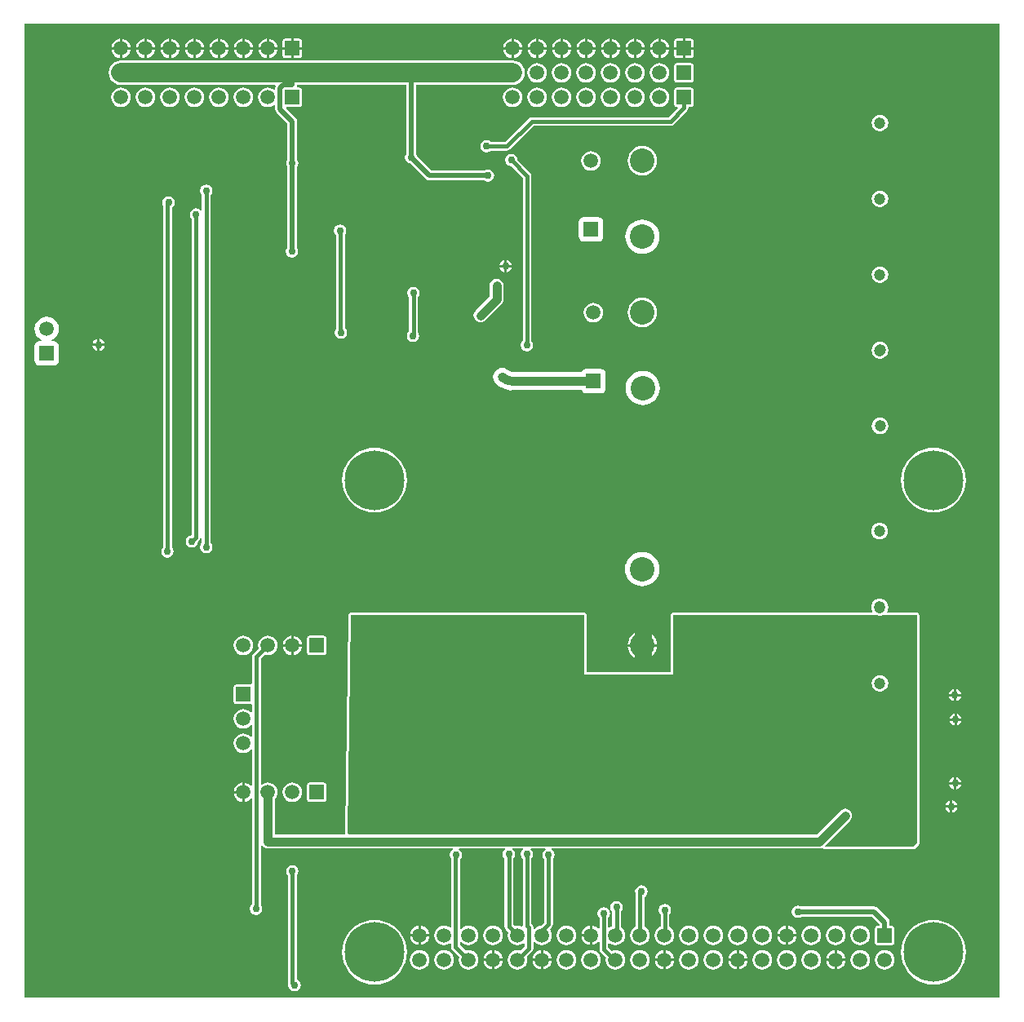
<source format=gbl>
G04*
G04 #@! TF.GenerationSoftware,Altium Limited,Altium Designer,20.2.8 (258)*
G04*
G04 Layer_Physical_Order=2*
G04 Layer_Color=16711680*
%FSLAX24Y24*%
%MOIN*%
G70*
G04*
G04 #@! TF.SameCoordinates,2D8D9C66-5576-4C64-8BDA-EEC9A906AE53*
G04*
G04*
G04 #@! TF.FilePolarity,Positive*
G04*
G01*
G75*
%ADD63C,0.0350*%
%ADD64C,0.0150*%
%ADD65C,0.0200*%
%ADD69C,0.0700*%
%ADD70C,0.1000*%
%ADD71C,0.0470*%
%ADD72C,0.0591*%
%ADD73R,0.0591X0.0591*%
%ADD74R,0.0591X0.0591*%
%ADD75C,0.2441*%
%ADD76C,0.0300*%
%ADD77C,0.0800*%
G36*
X39948Y102D02*
X102D01*
Y39898D01*
X39948D01*
Y102D01*
D02*
G37*
%LPC*%
G36*
X27345Y39297D02*
X27100D01*
Y38950D01*
X27447D01*
Y39195D01*
X27439Y39234D01*
X27417Y39267D01*
X27384Y39289D01*
X27345Y39297D01*
D02*
G37*
G36*
X22100Y39292D02*
Y38950D01*
X22442D01*
X22435Y39003D01*
X22395Y39099D01*
X22332Y39182D01*
X22249Y39245D01*
X22153Y39285D01*
X22100Y39292D01*
D02*
G37*
G36*
X9100D02*
Y38950D01*
X9442D01*
X9435Y39003D01*
X9395Y39099D01*
X9332Y39182D01*
X9249Y39245D01*
X9153Y39285D01*
X9100Y39292D01*
D02*
G37*
G36*
X6100D02*
Y38950D01*
X6442D01*
X6435Y39003D01*
X6395Y39099D01*
X6332Y39182D01*
X6249Y39245D01*
X6153Y39285D01*
X6100Y39292D01*
D02*
G37*
G36*
X4100D02*
Y38950D01*
X4442D01*
X4435Y39003D01*
X4395Y39099D01*
X4332Y39182D01*
X4249Y39245D01*
X4153Y39285D01*
X4100Y39292D01*
D02*
G37*
G36*
X26100D02*
Y38950D01*
X26442D01*
X26435Y39003D01*
X26395Y39099D01*
X26332Y39182D01*
X26249Y39245D01*
X26153Y39285D01*
X26100Y39292D01*
D02*
G37*
G36*
X25100D02*
Y38950D01*
X25442D01*
X25435Y39003D01*
X25395Y39099D01*
X25332Y39182D01*
X25249Y39245D01*
X25153Y39285D01*
X25100Y39292D01*
D02*
G37*
G36*
X24100D02*
Y38950D01*
X24442D01*
X24435Y39003D01*
X24395Y39099D01*
X24332Y39182D01*
X24249Y39245D01*
X24153Y39285D01*
X24100Y39292D01*
D02*
G37*
G36*
X21100D02*
Y38950D01*
X21442D01*
X21435Y39003D01*
X21395Y39099D01*
X21332Y39182D01*
X21249Y39245D01*
X21153Y39285D01*
X21100Y39292D01*
D02*
G37*
G36*
X20100D02*
Y38950D01*
X20442D01*
X20435Y39003D01*
X20395Y39099D01*
X20332Y39182D01*
X20249Y39245D01*
X20153Y39285D01*
X20100Y39292D01*
D02*
G37*
G36*
X11345Y39297D02*
X11100D01*
Y38950D01*
X11447D01*
Y39195D01*
X11439Y39234D01*
X11417Y39267D01*
X11384Y39289D01*
X11345Y39297D01*
D02*
G37*
G36*
X8100Y39292D02*
Y38950D01*
X8442D01*
X8435Y39003D01*
X8395Y39099D01*
X8332Y39182D01*
X8249Y39245D01*
X8153Y39285D01*
X8100Y39292D01*
D02*
G37*
G36*
X7100D02*
Y38950D01*
X7442D01*
X7435Y39003D01*
X7395Y39099D01*
X7332Y39182D01*
X7249Y39245D01*
X7153Y39285D01*
X7100Y39292D01*
D02*
G37*
G36*
X23100D02*
Y38950D01*
X23442D01*
X23435Y39003D01*
X23395Y39099D01*
X23332Y39182D01*
X23249Y39245D01*
X23153Y39285D01*
X23100Y39292D01*
D02*
G37*
G36*
X10100D02*
Y38950D01*
X10442D01*
X10435Y39003D01*
X10395Y39099D01*
X10332Y39182D01*
X10249Y39245D01*
X10153Y39285D01*
X10100Y39292D01*
D02*
G37*
G36*
X5100D02*
Y38950D01*
X5442D01*
X5435Y39003D01*
X5395Y39099D01*
X5332Y39182D01*
X5249Y39245D01*
X5153Y39285D01*
X5100Y39292D01*
D02*
G37*
G36*
X22000D02*
X21947Y39285D01*
X21851Y39245D01*
X21768Y39182D01*
X21705Y39099D01*
X21665Y39003D01*
X21658Y38950D01*
X22000D01*
Y39292D01*
D02*
G37*
G36*
X9000D02*
X8947Y39285D01*
X8851Y39245D01*
X8768Y39182D01*
X8705Y39099D01*
X8665Y39003D01*
X8658Y38950D01*
X9000D01*
Y39292D01*
D02*
G37*
G36*
X4000D02*
X3947Y39285D01*
X3851Y39245D01*
X3768Y39182D01*
X3705Y39099D01*
X3665Y39003D01*
X3658Y38950D01*
X4000D01*
Y39292D01*
D02*
G37*
G36*
X24000D02*
X23947Y39285D01*
X23851Y39245D01*
X23768Y39182D01*
X23705Y39099D01*
X23665Y39003D01*
X23658Y38950D01*
X24000D01*
Y39292D01*
D02*
G37*
G36*
X20000D02*
X19947Y39285D01*
X19851Y39245D01*
X19768Y39182D01*
X19705Y39099D01*
X19665Y39003D01*
X19658Y38950D01*
X20000D01*
Y39292D01*
D02*
G37*
G36*
X7000D02*
X6947Y39285D01*
X6851Y39245D01*
X6768Y39182D01*
X6705Y39099D01*
X6665Y39003D01*
X6658Y38950D01*
X7000D01*
Y39292D01*
D02*
G37*
G36*
X6000D02*
X5947Y39285D01*
X5851Y39245D01*
X5768Y39182D01*
X5705Y39099D01*
X5665Y39003D01*
X5658Y38950D01*
X6000D01*
Y39292D01*
D02*
G37*
G36*
X26000D02*
X25947Y39285D01*
X25851Y39245D01*
X25768Y39182D01*
X25705Y39099D01*
X25665Y39003D01*
X25658Y38950D01*
X26000D01*
Y39292D01*
D02*
G37*
G36*
X25000D02*
X24947Y39285D01*
X24851Y39245D01*
X24768Y39182D01*
X24705Y39099D01*
X24665Y39003D01*
X24658Y38950D01*
X25000D01*
Y39292D01*
D02*
G37*
G36*
X21000D02*
X20947Y39285D01*
X20851Y39245D01*
X20768Y39182D01*
X20705Y39099D01*
X20665Y39003D01*
X20658Y38950D01*
X21000D01*
Y39292D01*
D02*
G37*
G36*
X8000D02*
X7947Y39285D01*
X7851Y39245D01*
X7768Y39182D01*
X7705Y39099D01*
X7665Y39003D01*
X7658Y38950D01*
X8000D01*
Y39292D01*
D02*
G37*
G36*
X23000D02*
X22947Y39285D01*
X22851Y39245D01*
X22768Y39182D01*
X22705Y39099D01*
X22665Y39003D01*
X22658Y38950D01*
X23000D01*
Y39292D01*
D02*
G37*
G36*
X10000D02*
X9947Y39285D01*
X9851Y39245D01*
X9768Y39182D01*
X9705Y39099D01*
X9665Y39003D01*
X9658Y38950D01*
X10000D01*
Y39292D01*
D02*
G37*
G36*
X5000D02*
X4947Y39285D01*
X4851Y39245D01*
X4768Y39182D01*
X4705Y39099D01*
X4665Y39003D01*
X4658Y38950D01*
X5000D01*
Y39292D01*
D02*
G37*
G36*
X27000Y39297D02*
X26755D01*
X26716Y39289D01*
X26683Y39267D01*
X26661Y39234D01*
X26653Y39195D01*
Y38950D01*
X27000D01*
Y39297D01*
D02*
G37*
G36*
X11000D02*
X10755D01*
X10716Y39289D01*
X10683Y39267D01*
X10661Y39234D01*
X10653Y39195D01*
Y38950D01*
X11000D01*
Y39297D01*
D02*
G37*
G36*
X26442Y38850D02*
X26100D01*
Y38508D01*
X26153Y38515D01*
X26249Y38555D01*
X26332Y38618D01*
X26395Y38701D01*
X26435Y38797D01*
X26442Y38850D01*
D02*
G37*
G36*
X25442D02*
X25100D01*
Y38508D01*
X25153Y38515D01*
X25249Y38555D01*
X25332Y38618D01*
X25395Y38701D01*
X25435Y38797D01*
X25442Y38850D01*
D02*
G37*
G36*
X24442D02*
X24100D01*
Y38508D01*
X24153Y38515D01*
X24249Y38555D01*
X24332Y38618D01*
X24395Y38701D01*
X24435Y38797D01*
X24442Y38850D01*
D02*
G37*
G36*
X23442D02*
X23100D01*
Y38508D01*
X23153Y38515D01*
X23249Y38555D01*
X23332Y38618D01*
X23395Y38701D01*
X23435Y38797D01*
X23442Y38850D01*
D02*
G37*
G36*
X22442D02*
X22100D01*
Y38508D01*
X22153Y38515D01*
X22249Y38555D01*
X22332Y38618D01*
X22395Y38701D01*
X22435Y38797D01*
X22442Y38850D01*
D02*
G37*
G36*
X21442D02*
X21100D01*
Y38508D01*
X21153Y38515D01*
X21249Y38555D01*
X21332Y38618D01*
X21395Y38701D01*
X21435Y38797D01*
X21442Y38850D01*
D02*
G37*
G36*
X20442D02*
X20100D01*
Y38508D01*
X20153Y38515D01*
X20249Y38555D01*
X20332Y38618D01*
X20395Y38701D01*
X20435Y38797D01*
X20442Y38850D01*
D02*
G37*
G36*
X10442D02*
X10100D01*
Y38508D01*
X10153Y38515D01*
X10249Y38555D01*
X10332Y38618D01*
X10395Y38701D01*
X10435Y38797D01*
X10442Y38850D01*
D02*
G37*
G36*
X9442D02*
X9100D01*
Y38508D01*
X9153Y38515D01*
X9249Y38555D01*
X9332Y38618D01*
X9395Y38701D01*
X9435Y38797D01*
X9442Y38850D01*
D02*
G37*
G36*
X8442D02*
X8100D01*
Y38508D01*
X8153Y38515D01*
X8249Y38555D01*
X8332Y38618D01*
X8395Y38701D01*
X8435Y38797D01*
X8442Y38850D01*
D02*
G37*
G36*
X7442D02*
X7100D01*
Y38508D01*
X7153Y38515D01*
X7249Y38555D01*
X7332Y38618D01*
X7395Y38701D01*
X7435Y38797D01*
X7442Y38850D01*
D02*
G37*
G36*
X6442D02*
X6100D01*
Y38508D01*
X6153Y38515D01*
X6249Y38555D01*
X6332Y38618D01*
X6395Y38701D01*
X6435Y38797D01*
X6442Y38850D01*
D02*
G37*
G36*
X5442D02*
X5100D01*
Y38508D01*
X5153Y38515D01*
X5249Y38555D01*
X5332Y38618D01*
X5395Y38701D01*
X5435Y38797D01*
X5442Y38850D01*
D02*
G37*
G36*
X4442D02*
X4100D01*
Y38508D01*
X4153Y38515D01*
X4249Y38555D01*
X4332Y38618D01*
X4395Y38701D01*
X4435Y38797D01*
X4442Y38850D01*
D02*
G37*
G36*
X26000D02*
X25658D01*
X25665Y38797D01*
X25705Y38701D01*
X25768Y38618D01*
X25851Y38555D01*
X25947Y38515D01*
X26000Y38508D01*
Y38850D01*
D02*
G37*
G36*
X25000D02*
X24658D01*
X24665Y38797D01*
X24705Y38701D01*
X24768Y38618D01*
X24851Y38555D01*
X24947Y38515D01*
X25000Y38508D01*
Y38850D01*
D02*
G37*
G36*
X24000D02*
X23658D01*
X23665Y38797D01*
X23705Y38701D01*
X23768Y38618D01*
X23851Y38555D01*
X23947Y38515D01*
X24000Y38508D01*
Y38850D01*
D02*
G37*
G36*
X23000D02*
X22658D01*
X22665Y38797D01*
X22705Y38701D01*
X22768Y38618D01*
X22851Y38555D01*
X22947Y38515D01*
X23000Y38508D01*
Y38850D01*
D02*
G37*
G36*
X22000D02*
X21658D01*
X21665Y38797D01*
X21705Y38701D01*
X21768Y38618D01*
X21851Y38555D01*
X21947Y38515D01*
X22000Y38508D01*
Y38850D01*
D02*
G37*
G36*
X21000D02*
X20658D01*
X20665Y38797D01*
X20705Y38701D01*
X20768Y38618D01*
X20851Y38555D01*
X20947Y38515D01*
X21000Y38508D01*
Y38850D01*
D02*
G37*
G36*
X20000D02*
X19658D01*
X19665Y38797D01*
X19705Y38701D01*
X19768Y38618D01*
X19851Y38555D01*
X19947Y38515D01*
X20000Y38508D01*
Y38850D01*
D02*
G37*
G36*
X10000D02*
X9658D01*
X9665Y38797D01*
X9705Y38701D01*
X9768Y38618D01*
X9851Y38555D01*
X9947Y38515D01*
X10000Y38508D01*
Y38850D01*
D02*
G37*
G36*
X9000D02*
X8658D01*
X8665Y38797D01*
X8705Y38701D01*
X8768Y38618D01*
X8851Y38555D01*
X8947Y38515D01*
X9000Y38508D01*
Y38850D01*
D02*
G37*
G36*
X8000D02*
X7658D01*
X7665Y38797D01*
X7705Y38701D01*
X7768Y38618D01*
X7851Y38555D01*
X7947Y38515D01*
X8000Y38508D01*
Y38850D01*
D02*
G37*
G36*
X7000D02*
X6658D01*
X6665Y38797D01*
X6705Y38701D01*
X6768Y38618D01*
X6851Y38555D01*
X6947Y38515D01*
X7000Y38508D01*
Y38850D01*
D02*
G37*
G36*
X6000D02*
X5658D01*
X5665Y38797D01*
X5705Y38701D01*
X5768Y38618D01*
X5851Y38555D01*
X5947Y38515D01*
X6000Y38508D01*
Y38850D01*
D02*
G37*
G36*
X5000D02*
X4658D01*
X4665Y38797D01*
X4705Y38701D01*
X4768Y38618D01*
X4851Y38555D01*
X4947Y38515D01*
X5000Y38508D01*
Y38850D01*
D02*
G37*
G36*
X4000D02*
X3658D01*
X3665Y38797D01*
X3705Y38701D01*
X3768Y38618D01*
X3851Y38555D01*
X3947Y38515D01*
X4000Y38508D01*
Y38850D01*
D02*
G37*
G36*
X27447D02*
X27100D01*
Y38503D01*
X27345D01*
X27384Y38511D01*
X27417Y38533D01*
X27439Y38566D01*
X27447Y38605D01*
Y38850D01*
D02*
G37*
G36*
X27000D02*
X26653D01*
Y38605D01*
X26661Y38566D01*
X26683Y38533D01*
X26716Y38511D01*
X26755Y38503D01*
X27000D01*
Y38850D01*
D02*
G37*
G36*
X11447D02*
X11100D01*
Y38503D01*
X11345D01*
X11384Y38511D01*
X11417Y38533D01*
X11439Y38566D01*
X11447Y38605D01*
Y38850D01*
D02*
G37*
G36*
X11000D02*
X10653D01*
Y38605D01*
X10661Y38566D01*
X10683Y38533D01*
X10716Y38511D01*
X10755Y38503D01*
X11000D01*
Y38850D01*
D02*
G37*
G36*
X27345Y38297D02*
X26755D01*
X26716Y38289D01*
X26683Y38267D01*
X26661Y38234D01*
X26653Y38195D01*
Y37605D01*
X26661Y37566D01*
X26683Y37533D01*
X26716Y37511D01*
X26755Y37503D01*
X27345D01*
X27384Y37511D01*
X27417Y37533D01*
X27439Y37566D01*
X27447Y37605D01*
Y38195D01*
X27439Y38234D01*
X27417Y38267D01*
X27384Y38289D01*
X27345Y38297D01*
D02*
G37*
G36*
X26050Y38299D02*
X25947Y38285D01*
X25851Y38245D01*
X25768Y38182D01*
X25705Y38099D01*
X25665Y38003D01*
X25651Y37900D01*
X25665Y37797D01*
X25705Y37701D01*
X25768Y37618D01*
X25851Y37555D01*
X25947Y37515D01*
X26050Y37501D01*
X26153Y37515D01*
X26249Y37555D01*
X26332Y37618D01*
X26395Y37701D01*
X26435Y37797D01*
X26449Y37900D01*
X26435Y38003D01*
X26395Y38099D01*
X26332Y38182D01*
X26249Y38245D01*
X26153Y38285D01*
X26050Y38299D01*
D02*
G37*
G36*
X25050D02*
X24947Y38285D01*
X24851Y38245D01*
X24768Y38182D01*
X24705Y38099D01*
X24665Y38003D01*
X24651Y37900D01*
X24665Y37797D01*
X24705Y37701D01*
X24768Y37618D01*
X24851Y37555D01*
X24947Y37515D01*
X25050Y37501D01*
X25153Y37515D01*
X25249Y37555D01*
X25332Y37618D01*
X25395Y37701D01*
X25435Y37797D01*
X25449Y37900D01*
X25435Y38003D01*
X25395Y38099D01*
X25332Y38182D01*
X25249Y38245D01*
X25153Y38285D01*
X25050Y38299D01*
D02*
G37*
G36*
X24050D02*
X23947Y38285D01*
X23851Y38245D01*
X23768Y38182D01*
X23705Y38099D01*
X23665Y38003D01*
X23651Y37900D01*
X23665Y37797D01*
X23705Y37701D01*
X23768Y37618D01*
X23851Y37555D01*
X23947Y37515D01*
X24050Y37501D01*
X24153Y37515D01*
X24249Y37555D01*
X24332Y37618D01*
X24395Y37701D01*
X24435Y37797D01*
X24449Y37900D01*
X24435Y38003D01*
X24395Y38099D01*
X24332Y38182D01*
X24249Y38245D01*
X24153Y38285D01*
X24050Y38299D01*
D02*
G37*
G36*
X23050D02*
X22947Y38285D01*
X22851Y38245D01*
X22768Y38182D01*
X22705Y38099D01*
X22665Y38003D01*
X22651Y37900D01*
X22665Y37797D01*
X22705Y37701D01*
X22768Y37618D01*
X22851Y37555D01*
X22947Y37515D01*
X23050Y37501D01*
X23153Y37515D01*
X23249Y37555D01*
X23332Y37618D01*
X23395Y37701D01*
X23435Y37797D01*
X23449Y37900D01*
X23435Y38003D01*
X23395Y38099D01*
X23332Y38182D01*
X23249Y38245D01*
X23153Y38285D01*
X23050Y38299D01*
D02*
G37*
G36*
X22050D02*
X21947Y38285D01*
X21851Y38245D01*
X21768Y38182D01*
X21705Y38099D01*
X21665Y38003D01*
X21651Y37900D01*
X21665Y37797D01*
X21705Y37701D01*
X21768Y37618D01*
X21851Y37555D01*
X21947Y37515D01*
X22050Y37501D01*
X22153Y37515D01*
X22249Y37555D01*
X22332Y37618D01*
X22395Y37701D01*
X22435Y37797D01*
X22449Y37900D01*
X22435Y38003D01*
X22395Y38099D01*
X22332Y38182D01*
X22249Y38245D01*
X22153Y38285D01*
X22050Y38299D01*
D02*
G37*
G36*
X21050D02*
X20947Y38285D01*
X20851Y38245D01*
X20768Y38182D01*
X20705Y38099D01*
X20665Y38003D01*
X20651Y37900D01*
X20665Y37797D01*
X20705Y37701D01*
X20768Y37618D01*
X20851Y37555D01*
X20947Y37515D01*
X21050Y37501D01*
X21153Y37515D01*
X21249Y37555D01*
X21332Y37618D01*
X21395Y37701D01*
X21435Y37797D01*
X21449Y37900D01*
X21435Y38003D01*
X21395Y38099D01*
X21332Y38182D01*
X21249Y38245D01*
X21153Y38285D01*
X21050Y38299D01*
D02*
G37*
G36*
X26050Y37299D02*
X25947Y37285D01*
X25851Y37245D01*
X25768Y37182D01*
X25705Y37099D01*
X25665Y37003D01*
X25651Y36900D01*
X25665Y36797D01*
X25705Y36701D01*
X25768Y36618D01*
X25851Y36555D01*
X25947Y36515D01*
X26050Y36501D01*
X26153Y36515D01*
X26249Y36555D01*
X26332Y36618D01*
X26395Y36701D01*
X26435Y36797D01*
X26449Y36900D01*
X26435Y37003D01*
X26395Y37099D01*
X26332Y37182D01*
X26249Y37245D01*
X26153Y37285D01*
X26050Y37299D01*
D02*
G37*
G36*
X25050D02*
X24947Y37285D01*
X24851Y37245D01*
X24768Y37182D01*
X24705Y37099D01*
X24665Y37003D01*
X24651Y36900D01*
X24665Y36797D01*
X24705Y36701D01*
X24768Y36618D01*
X24851Y36555D01*
X24947Y36515D01*
X25050Y36501D01*
X25153Y36515D01*
X25249Y36555D01*
X25332Y36618D01*
X25395Y36701D01*
X25435Y36797D01*
X25449Y36900D01*
X25435Y37003D01*
X25395Y37099D01*
X25332Y37182D01*
X25249Y37245D01*
X25153Y37285D01*
X25050Y37299D01*
D02*
G37*
G36*
X24050D02*
X23947Y37285D01*
X23851Y37245D01*
X23768Y37182D01*
X23705Y37099D01*
X23665Y37003D01*
X23651Y36900D01*
X23665Y36797D01*
X23705Y36701D01*
X23768Y36618D01*
X23851Y36555D01*
X23947Y36515D01*
X24050Y36501D01*
X24153Y36515D01*
X24249Y36555D01*
X24332Y36618D01*
X24395Y36701D01*
X24435Y36797D01*
X24449Y36900D01*
X24435Y37003D01*
X24395Y37099D01*
X24332Y37182D01*
X24249Y37245D01*
X24153Y37285D01*
X24050Y37299D01*
D02*
G37*
G36*
X23050D02*
X22947Y37285D01*
X22851Y37245D01*
X22768Y37182D01*
X22705Y37099D01*
X22665Y37003D01*
X22651Y36900D01*
X22665Y36797D01*
X22705Y36701D01*
X22768Y36618D01*
X22851Y36555D01*
X22947Y36515D01*
X23050Y36501D01*
X23153Y36515D01*
X23249Y36555D01*
X23332Y36618D01*
X23395Y36701D01*
X23435Y36797D01*
X23449Y36900D01*
X23435Y37003D01*
X23395Y37099D01*
X23332Y37182D01*
X23249Y37245D01*
X23153Y37285D01*
X23050Y37299D01*
D02*
G37*
G36*
X22050D02*
X21947Y37285D01*
X21851Y37245D01*
X21768Y37182D01*
X21705Y37099D01*
X21665Y37003D01*
X21651Y36900D01*
X21665Y36797D01*
X21705Y36701D01*
X21768Y36618D01*
X21851Y36555D01*
X21947Y36515D01*
X22050Y36501D01*
X22153Y36515D01*
X22249Y36555D01*
X22332Y36618D01*
X22395Y36701D01*
X22435Y36797D01*
X22449Y36900D01*
X22435Y37003D01*
X22395Y37099D01*
X22332Y37182D01*
X22249Y37245D01*
X22153Y37285D01*
X22050Y37299D01*
D02*
G37*
G36*
X21050D02*
X20947Y37285D01*
X20851Y37245D01*
X20768Y37182D01*
X20705Y37099D01*
X20665Y37003D01*
X20651Y36900D01*
X20665Y36797D01*
X20705Y36701D01*
X20768Y36618D01*
X20851Y36555D01*
X20947Y36515D01*
X21050Y36501D01*
X21153Y36515D01*
X21249Y36555D01*
X21332Y36618D01*
X21395Y36701D01*
X21435Y36797D01*
X21449Y36900D01*
X21435Y37003D01*
X21395Y37099D01*
X21332Y37182D01*
X21249Y37245D01*
X21153Y37285D01*
X21050Y37299D01*
D02*
G37*
G36*
X20050D02*
X19947Y37285D01*
X19851Y37245D01*
X19768Y37182D01*
X19705Y37099D01*
X19665Y37003D01*
X19651Y36900D01*
X19665Y36797D01*
X19705Y36701D01*
X19768Y36618D01*
X19851Y36555D01*
X19947Y36515D01*
X20050Y36501D01*
X20153Y36515D01*
X20249Y36555D01*
X20332Y36618D01*
X20395Y36701D01*
X20435Y36797D01*
X20449Y36900D01*
X20435Y37003D01*
X20395Y37099D01*
X20332Y37182D01*
X20249Y37245D01*
X20153Y37285D01*
X20050Y37299D01*
D02*
G37*
G36*
X9050D02*
X8947Y37285D01*
X8851Y37245D01*
X8768Y37182D01*
X8705Y37099D01*
X8665Y37003D01*
X8651Y36900D01*
X8665Y36797D01*
X8705Y36701D01*
X8768Y36618D01*
X8851Y36555D01*
X8947Y36515D01*
X9050Y36501D01*
X9153Y36515D01*
X9249Y36555D01*
X9332Y36618D01*
X9395Y36701D01*
X9435Y36797D01*
X9449Y36900D01*
X9435Y37003D01*
X9395Y37099D01*
X9332Y37182D01*
X9249Y37245D01*
X9153Y37285D01*
X9050Y37299D01*
D02*
G37*
G36*
X8050D02*
X7947Y37285D01*
X7851Y37245D01*
X7768Y37182D01*
X7705Y37099D01*
X7665Y37003D01*
X7651Y36900D01*
X7665Y36797D01*
X7705Y36701D01*
X7768Y36618D01*
X7851Y36555D01*
X7947Y36515D01*
X8050Y36501D01*
X8153Y36515D01*
X8249Y36555D01*
X8332Y36618D01*
X8395Y36701D01*
X8435Y36797D01*
X8449Y36900D01*
X8435Y37003D01*
X8395Y37099D01*
X8332Y37182D01*
X8249Y37245D01*
X8153Y37285D01*
X8050Y37299D01*
D02*
G37*
G36*
X7050D02*
X6947Y37285D01*
X6851Y37245D01*
X6768Y37182D01*
X6705Y37099D01*
X6665Y37003D01*
X6651Y36900D01*
X6665Y36797D01*
X6705Y36701D01*
X6768Y36618D01*
X6851Y36555D01*
X6947Y36515D01*
X7050Y36501D01*
X7153Y36515D01*
X7249Y36555D01*
X7332Y36618D01*
X7395Y36701D01*
X7435Y36797D01*
X7449Y36900D01*
X7435Y37003D01*
X7395Y37099D01*
X7332Y37182D01*
X7249Y37245D01*
X7153Y37285D01*
X7050Y37299D01*
D02*
G37*
G36*
X6050D02*
X5947Y37285D01*
X5851Y37245D01*
X5768Y37182D01*
X5705Y37099D01*
X5665Y37003D01*
X5651Y36900D01*
X5665Y36797D01*
X5705Y36701D01*
X5768Y36618D01*
X5851Y36555D01*
X5947Y36515D01*
X6050Y36501D01*
X6153Y36515D01*
X6249Y36555D01*
X6332Y36618D01*
X6395Y36701D01*
X6435Y36797D01*
X6449Y36900D01*
X6435Y37003D01*
X6395Y37099D01*
X6332Y37182D01*
X6249Y37245D01*
X6153Y37285D01*
X6050Y37299D01*
D02*
G37*
G36*
X5050D02*
X4947Y37285D01*
X4851Y37245D01*
X4768Y37182D01*
X4705Y37099D01*
X4665Y37003D01*
X4651Y36900D01*
X4665Y36797D01*
X4705Y36701D01*
X4768Y36618D01*
X4851Y36555D01*
X4947Y36515D01*
X5050Y36501D01*
X5153Y36515D01*
X5249Y36555D01*
X5332Y36618D01*
X5395Y36701D01*
X5435Y36797D01*
X5449Y36900D01*
X5435Y37003D01*
X5395Y37099D01*
X5332Y37182D01*
X5249Y37245D01*
X5153Y37285D01*
X5050Y37299D01*
D02*
G37*
G36*
X4050D02*
X3947Y37285D01*
X3851Y37245D01*
X3768Y37182D01*
X3705Y37099D01*
X3665Y37003D01*
X3651Y36900D01*
X3665Y36797D01*
X3705Y36701D01*
X3768Y36618D01*
X3851Y36555D01*
X3947Y36515D01*
X4050Y36501D01*
X4153Y36515D01*
X4249Y36555D01*
X4332Y36618D01*
X4395Y36701D01*
X4435Y36797D01*
X4449Y36900D01*
X4435Y37003D01*
X4395Y37099D01*
X4332Y37182D01*
X4249Y37245D01*
X4153Y37285D01*
X4050Y37299D01*
D02*
G37*
G36*
X27345Y37297D02*
X26755D01*
X26716Y37289D01*
X26683Y37267D01*
X26661Y37234D01*
X26653Y37195D01*
Y36605D01*
X26661Y36566D01*
X26683Y36533D01*
X26716Y36511D01*
X26755Y36503D01*
X26775D01*
X26794Y36457D01*
X26426Y36088D01*
X20830D01*
X20830Y36088D01*
X20762Y36075D01*
X20704Y36036D01*
X20704Y36036D01*
X19746Y35078D01*
X19161D01*
X19160Y35080D01*
X19078Y35136D01*
X18980Y35155D01*
X18882Y35136D01*
X18800Y35080D01*
X18744Y34998D01*
X18725Y34900D01*
X18744Y34802D01*
X18800Y34720D01*
X18882Y34664D01*
X18980Y34645D01*
X19078Y34664D01*
X19160Y34720D01*
X19161Y34722D01*
X19820D01*
X19888Y34735D01*
X19946Y34774D01*
X20904Y35732D01*
X26500D01*
X26568Y35745D01*
X26626Y35784D01*
X27176Y36334D01*
X27176Y36334D01*
X27215Y36392D01*
X27228Y36460D01*
Y36503D01*
X27345D01*
X27384Y36511D01*
X27417Y36533D01*
X27439Y36566D01*
X27447Y36605D01*
Y37195D01*
X27439Y37234D01*
X27417Y37267D01*
X27384Y37289D01*
X27345Y37297D01*
D02*
G37*
G36*
X35050Y36192D02*
X35040Y36190D01*
X35030D01*
X34966Y36177D01*
X34963Y36176D01*
X34962Y36176D01*
X34938Y36171D01*
X34902Y36156D01*
X34902Y36156D01*
X34882Y36143D01*
X34881Y36143D01*
X34879Y36141D01*
X34824Y36104D01*
X34796Y36076D01*
X34796Y36076D01*
X34759Y36021D01*
X34757Y36019D01*
X34757Y36018D01*
X34744Y35998D01*
X34744Y35998D01*
X34729Y35962D01*
X34724Y35938D01*
X34724Y35937D01*
X34723Y35934D01*
X34710Y35870D01*
Y35830D01*
X34723Y35766D01*
X34724Y35763D01*
X34724Y35762D01*
X34729Y35738D01*
X34744Y35702D01*
X34744Y35702D01*
X34757Y35682D01*
X34757Y35681D01*
X34759Y35679D01*
X34796Y35624D01*
X34824Y35596D01*
X34824Y35596D01*
X34879Y35559D01*
X34881Y35557D01*
X34882Y35557D01*
X34902Y35544D01*
X34902Y35544D01*
X34938Y35529D01*
X34962Y35524D01*
X34963Y35524D01*
X34966Y35523D01*
X35030Y35510D01*
X35040D01*
X35050Y35508D01*
X35060Y35510D01*
X35070D01*
X35134Y35523D01*
X35137Y35524D01*
X35138Y35524D01*
X35162Y35529D01*
X35198Y35544D01*
X35198Y35544D01*
X35218Y35557D01*
X35219Y35557D01*
X35221Y35559D01*
X35276Y35596D01*
X35304Y35624D01*
X35304Y35624D01*
X35341Y35679D01*
X35343Y35681D01*
X35343Y35682D01*
X35356Y35702D01*
X35356Y35702D01*
X35371Y35738D01*
X35376Y35762D01*
X35376Y35763D01*
X35377Y35766D01*
X35390Y35830D01*
Y35870D01*
X35377Y35934D01*
X35376Y35937D01*
X35376Y35938D01*
X35371Y35962D01*
X35356Y35998D01*
X35356Y35998D01*
X35343Y36018D01*
X35343Y36019D01*
X35341Y36021D01*
X35304Y36076D01*
X35276Y36104D01*
X35276Y36104D01*
X35221Y36141D01*
X35219Y36143D01*
X35218Y36143D01*
X35198Y36156D01*
X35198Y36156D01*
X35162Y36171D01*
X35138Y36176D01*
X35137Y36176D01*
X35134Y36177D01*
X35070Y36190D01*
X35060D01*
X35050Y36192D01*
D02*
G37*
G36*
X23250Y34696D02*
X23147Y34683D01*
X23051Y34643D01*
X22968Y34580D01*
X22905Y34497D01*
X22865Y34401D01*
X22851Y34298D01*
X22865Y34194D01*
X22905Y34098D01*
X22968Y34016D01*
X23051Y33952D01*
X23147Y33913D01*
X23250Y33899D01*
X23353Y33913D01*
X23449Y33952D01*
X23532Y34016D01*
X23595Y34098D01*
X23635Y34194D01*
X23649Y34298D01*
X23635Y34401D01*
X23595Y34497D01*
X23532Y34580D01*
X23449Y34643D01*
X23353Y34683D01*
X23250Y34696D01*
D02*
G37*
G36*
X25350Y34903D02*
X25232Y34891D01*
X25119Y34857D01*
X25015Y34801D01*
X24924Y34726D01*
X24849Y34635D01*
X24793Y34531D01*
X24759Y34418D01*
X24747Y34300D01*
X24759Y34182D01*
X24793Y34069D01*
X24849Y33965D01*
X24924Y33874D01*
X25015Y33799D01*
X25119Y33743D01*
X25232Y33709D01*
X25350Y33697D01*
X25468Y33709D01*
X25581Y33743D01*
X25685Y33799D01*
X25776Y33874D01*
X25851Y33965D01*
X25907Y34069D01*
X25941Y34182D01*
X25953Y34300D01*
X25941Y34418D01*
X25907Y34531D01*
X25851Y34635D01*
X25776Y34726D01*
X25685Y34801D01*
X25581Y34857D01*
X25468Y34891D01*
X25350Y34903D01*
D02*
G37*
G36*
X20050Y38404D02*
X4050D01*
X3919Y38387D01*
X3798Y38337D01*
X3693Y38257D01*
X3613Y38152D01*
X3563Y38031D01*
X3546Y37900D01*
X3563Y37769D01*
X3613Y37648D01*
X3693Y37543D01*
X3798Y37463D01*
X3919Y37413D01*
X4050Y37396D01*
X10337D01*
X10364Y37346D01*
X10351Y37278D01*
Y37230D01*
X10301Y37206D01*
X10249Y37245D01*
X10153Y37285D01*
X10050Y37299D01*
X9947Y37285D01*
X9851Y37245D01*
X9768Y37182D01*
X9705Y37099D01*
X9665Y37003D01*
X9651Y36900D01*
X9665Y36797D01*
X9705Y36701D01*
X9768Y36618D01*
X9851Y36555D01*
X9947Y36515D01*
X10050Y36501D01*
X10153Y36515D01*
X10249Y36555D01*
X10301Y36594D01*
X10351Y36570D01*
Y36405D01*
X10366Y36327D01*
X10411Y36261D01*
X10846Y35825D01*
Y34355D01*
X10814Y34308D01*
X10795Y34210D01*
X10814Y34112D01*
X10826Y34095D01*
Y30745D01*
X10795Y30698D01*
X10775Y30600D01*
X10795Y30502D01*
X10850Y30420D01*
X10932Y30364D01*
X11030Y30345D01*
X11128Y30364D01*
X11210Y30420D01*
X11265Y30502D01*
X11285Y30600D01*
X11265Y30698D01*
X11234Y30745D01*
Y34035D01*
X11286Y34112D01*
X11305Y34210D01*
X11286Y34308D01*
X11254Y34355D01*
Y35909D01*
X11238Y35987D01*
X11194Y36054D01*
X10795Y36453D01*
X10816Y36503D01*
X11345D01*
X11384Y36511D01*
X11417Y36533D01*
X11439Y36566D01*
X11447Y36605D01*
Y37195D01*
X11439Y37234D01*
X11417Y37267D01*
X11384Y37289D01*
X11345Y37297D01*
X11281D01*
X11244Y37347D01*
X11254Y37395D01*
Y37396D01*
X15696D01*
Y34585D01*
X15664Y34538D01*
X15645Y34440D01*
X15664Y34342D01*
X15720Y34260D01*
X15802Y34204D01*
X15858Y34193D01*
X16496Y33556D01*
X16562Y33512D01*
X16640Y33496D01*
X18895D01*
X18942Y33465D01*
X19040Y33445D01*
X19138Y33465D01*
X19220Y33520D01*
X19275Y33602D01*
X19295Y33700D01*
X19275Y33798D01*
X19220Y33880D01*
X19138Y33935D01*
X19040Y33955D01*
X18942Y33935D01*
X18895Y33904D01*
X16724D01*
X16147Y34482D01*
X16135Y34538D01*
X16104Y34585D01*
Y37396D01*
X20050D01*
X20181Y37413D01*
X20302Y37463D01*
X20407Y37543D01*
X20487Y37648D01*
X20537Y37769D01*
X20554Y37900D01*
X20537Y38031D01*
X20487Y38152D01*
X20407Y38257D01*
X20302Y38337D01*
X20181Y38387D01*
X20050Y38404D01*
D02*
G37*
G36*
X35050Y33092D02*
X35040Y33090D01*
X35030D01*
X34966Y33077D01*
X34963Y33076D01*
X34962Y33076D01*
X34938Y33071D01*
X34902Y33056D01*
X34902Y33056D01*
X34882Y33043D01*
X34881Y33043D01*
X34879Y33041D01*
X34824Y33004D01*
X34796Y32976D01*
X34796Y32976D01*
X34759Y32921D01*
X34757Y32919D01*
X34757Y32918D01*
X34744Y32898D01*
X34744Y32898D01*
X34729Y32862D01*
X34724Y32838D01*
X34724Y32837D01*
X34723Y32834D01*
X34710Y32770D01*
Y32730D01*
X34723Y32666D01*
X34724Y32663D01*
X34724Y32662D01*
X34729Y32638D01*
X34744Y32602D01*
X34744Y32602D01*
X34757Y32582D01*
X34757Y32581D01*
X34759Y32579D01*
X34796Y32524D01*
X34824Y32496D01*
X34824Y32496D01*
X34879Y32459D01*
X34881Y32457D01*
X34882Y32457D01*
X34902Y32444D01*
X34902Y32444D01*
X34938Y32429D01*
X34962Y32424D01*
X34963Y32424D01*
X34966Y32423D01*
X35030Y32410D01*
X35040D01*
X35050Y32408D01*
X35060Y32410D01*
X35070D01*
X35134Y32423D01*
X35137Y32424D01*
X35138Y32424D01*
X35162Y32429D01*
X35198Y32444D01*
X35198Y32444D01*
X35218Y32457D01*
X35219Y32457D01*
X35221Y32459D01*
X35276Y32496D01*
X35304Y32524D01*
X35304Y32524D01*
X35341Y32579D01*
X35343Y32581D01*
X35343Y32582D01*
X35356Y32602D01*
X35356Y32602D01*
X35371Y32638D01*
X35376Y32662D01*
X35376Y32663D01*
X35377Y32666D01*
X35390Y32730D01*
Y32770D01*
X35377Y32834D01*
X35376Y32837D01*
X35376Y32838D01*
X35371Y32862D01*
X35356Y32898D01*
X35356Y32898D01*
X35343Y32918D01*
X35343Y32919D01*
X35341Y32921D01*
X35304Y32976D01*
X35276Y33004D01*
X35276Y33004D01*
X35221Y33041D01*
X35219Y33043D01*
X35218Y33043D01*
X35198Y33056D01*
X35198Y33056D01*
X35162Y33071D01*
X35138Y33076D01*
X35137Y33076D01*
X35134Y33077D01*
X35070Y33090D01*
X35060D01*
X35050Y33092D01*
D02*
G37*
G36*
X7530Y33335D02*
X7432Y33315D01*
X7350Y33260D01*
X7295Y33178D01*
X7275Y33080D01*
X7295Y32982D01*
X7350Y32900D01*
X7352Y32899D01*
Y32300D01*
X7304Y32285D01*
X7300Y32290D01*
X7218Y32345D01*
X7120Y32365D01*
X7022Y32345D01*
X6940Y32290D01*
X6885Y32208D01*
X6865Y32110D01*
X6885Y32012D01*
X6940Y31930D01*
X6942Y31929D01*
Y19003D01*
X6852Y18986D01*
X6770Y18930D01*
X6715Y18848D01*
X6695Y18750D01*
X6715Y18652D01*
X6770Y18570D01*
X6852Y18514D01*
X6950Y18495D01*
X7048Y18514D01*
X7130Y18570D01*
X7185Y18652D01*
X7205Y18750D01*
X7204Y18752D01*
X7246Y18794D01*
X7246Y18794D01*
X7285Y18852D01*
X7298Y18920D01*
Y31884D01*
X7302Y31887D01*
X7352Y31861D01*
Y18701D01*
X7350Y18700D01*
X7295Y18618D01*
X7275Y18520D01*
X7295Y18422D01*
X7350Y18340D01*
X7432Y18284D01*
X7530Y18265D01*
X7628Y18284D01*
X7710Y18340D01*
X7765Y18422D01*
X7785Y18520D01*
X7765Y18618D01*
X7710Y18700D01*
X7708Y18701D01*
Y32899D01*
X7710Y32900D01*
X7765Y32982D01*
X7785Y33080D01*
X7765Y33178D01*
X7710Y33260D01*
X7628Y33315D01*
X7530Y33335D01*
D02*
G37*
G36*
X23545Y32002D02*
X22955D01*
X22877Y31986D01*
X22811Y31942D01*
X22766Y31876D01*
X22751Y31798D01*
Y31207D01*
X22766Y31129D01*
X22811Y31063D01*
X22877Y31019D01*
X22955Y31003D01*
X23545D01*
X23623Y31019D01*
X23689Y31063D01*
X23734Y31129D01*
X23749Y31207D01*
Y31798D01*
X23734Y31876D01*
X23689Y31942D01*
X23623Y31986D01*
X23545Y32002D01*
D02*
G37*
G36*
X25350Y31903D02*
X25213Y31890D01*
X25081Y31850D01*
X24959Y31785D01*
X24853Y31697D01*
X24765Y31591D01*
X24700Y31469D01*
X24660Y31337D01*
X24647Y31200D01*
X24660Y31063D01*
X24700Y30931D01*
X24765Y30809D01*
X24853Y30703D01*
X24959Y30615D01*
X25081Y30550D01*
X25213Y30510D01*
X25350Y30497D01*
X25487Y30510D01*
X25619Y30550D01*
X25741Y30615D01*
X25847Y30703D01*
X25935Y30809D01*
X26000Y30931D01*
X26040Y31063D01*
X26053Y31200D01*
X26040Y31337D01*
X26000Y31469D01*
X25935Y31591D01*
X25847Y31697D01*
X25741Y31785D01*
X25619Y31850D01*
X25487Y31890D01*
X25350Y31903D01*
D02*
G37*
G36*
X19810Y30245D02*
Y30050D01*
X20005D01*
X19995Y30098D01*
X19940Y30180D01*
X19858Y30236D01*
X19810Y30245D01*
D02*
G37*
G36*
X19710D02*
X19662Y30236D01*
X19580Y30180D01*
X19525Y30098D01*
X19515Y30050D01*
X19710D01*
Y30245D01*
D02*
G37*
G36*
X20005Y29950D02*
X19810D01*
Y29755D01*
X19858Y29764D01*
X19940Y29820D01*
X19995Y29902D01*
X20005Y29950D01*
D02*
G37*
G36*
X19710D02*
X19515D01*
X19525Y29902D01*
X19580Y29820D01*
X19662Y29764D01*
X19710Y29755D01*
Y29950D01*
D02*
G37*
G36*
X35050Y29992D02*
X35040Y29990D01*
X35030D01*
X34966Y29977D01*
X34963Y29976D01*
X34962Y29976D01*
X34938Y29971D01*
X34902Y29956D01*
X34902Y29956D01*
X34882Y29943D01*
X34881Y29943D01*
X34879Y29941D01*
X34824Y29904D01*
X34796Y29876D01*
X34796Y29876D01*
X34759Y29821D01*
X34757Y29819D01*
X34757Y29818D01*
X34744Y29798D01*
X34744Y29798D01*
X34729Y29762D01*
X34724Y29738D01*
X34724Y29737D01*
X34723Y29734D01*
X34710Y29670D01*
Y29630D01*
X34723Y29566D01*
X34724Y29563D01*
X34724Y29562D01*
X34729Y29538D01*
X34744Y29502D01*
X34744Y29502D01*
X34757Y29482D01*
X34757Y29481D01*
X34759Y29479D01*
X34796Y29424D01*
X34824Y29396D01*
X34824Y29396D01*
X34879Y29359D01*
X34881Y29357D01*
X34882Y29357D01*
X34902Y29344D01*
X34902Y29344D01*
X34938Y29329D01*
X34962Y29324D01*
X34963Y29324D01*
X34966Y29323D01*
X35030Y29310D01*
X35040D01*
X35050Y29308D01*
X35060Y29310D01*
X35070D01*
X35134Y29323D01*
X35137Y29324D01*
X35138Y29324D01*
X35162Y29329D01*
X35198Y29344D01*
X35198Y29344D01*
X35218Y29357D01*
X35219Y29357D01*
X35221Y29359D01*
X35276Y29396D01*
X35304Y29424D01*
X35304Y29424D01*
X35341Y29479D01*
X35343Y29481D01*
X35343Y29482D01*
X35356Y29502D01*
X35356Y29502D01*
X35371Y29538D01*
X35376Y29562D01*
X35376Y29563D01*
X35377Y29566D01*
X35390Y29630D01*
Y29670D01*
X35377Y29734D01*
X35376Y29737D01*
X35376Y29738D01*
X35371Y29762D01*
X35356Y29798D01*
X35356Y29798D01*
X35343Y29818D01*
X35343Y29819D01*
X35341Y29821D01*
X35304Y29876D01*
X35276Y29904D01*
X35276Y29904D01*
X35221Y29941D01*
X35219Y29943D01*
X35218Y29943D01*
X35198Y29956D01*
X35198Y29956D01*
X35162Y29971D01*
X35138Y29976D01*
X35137Y29976D01*
X35134Y29977D01*
X35070Y29990D01*
X35060D01*
X35050Y29992D01*
D02*
G37*
G36*
X19390Y29482D02*
X19318Y29473D01*
X19251Y29445D01*
X19194Y29401D01*
X19150Y29344D01*
X19122Y29277D01*
X19113Y29205D01*
Y28765D01*
X18534Y28186D01*
X18490Y28129D01*
X18462Y28062D01*
X18453Y27990D01*
X18462Y27918D01*
X18490Y27851D01*
X18534Y27794D01*
X18591Y27750D01*
X18658Y27722D01*
X18730Y27713D01*
X18802Y27722D01*
X18869Y27750D01*
X18926Y27794D01*
X19586Y28454D01*
X19630Y28511D01*
X19658Y28578D01*
X19667Y28650D01*
Y29205D01*
X19658Y29277D01*
X19630Y29344D01*
X19586Y29401D01*
X19529Y29445D01*
X19462Y29473D01*
X19390Y29482D01*
D02*
G37*
G36*
X23350Y28496D02*
X23247Y28483D01*
X23151Y28443D01*
X23068Y28380D01*
X23005Y28297D01*
X22965Y28201D01*
X22951Y28098D01*
X22965Y27994D01*
X23005Y27898D01*
X23068Y27816D01*
X23151Y27752D01*
X23247Y27713D01*
X23350Y27699D01*
X23453Y27713D01*
X23549Y27752D01*
X23632Y27816D01*
X23695Y27898D01*
X23735Y27994D01*
X23749Y28098D01*
X23735Y28201D01*
X23695Y28297D01*
X23632Y28380D01*
X23549Y28443D01*
X23453Y28483D01*
X23350Y28496D01*
D02*
G37*
G36*
X25350Y28703D02*
X25232Y28691D01*
X25119Y28657D01*
X25015Y28601D01*
X24924Y28526D01*
X24849Y28435D01*
X24793Y28331D01*
X24759Y28218D01*
X24747Y28100D01*
X24759Y27982D01*
X24793Y27869D01*
X24849Y27765D01*
X24924Y27674D01*
X25015Y27599D01*
X25119Y27543D01*
X25232Y27509D01*
X25350Y27497D01*
X25468Y27509D01*
X25581Y27543D01*
X25685Y27599D01*
X25776Y27674D01*
X25851Y27765D01*
X25907Y27869D01*
X25941Y27982D01*
X25953Y28100D01*
X25941Y28218D01*
X25907Y28331D01*
X25851Y28435D01*
X25776Y28526D01*
X25685Y28601D01*
X25581Y28657D01*
X25468Y28691D01*
X25350Y28703D01*
D02*
G37*
G36*
X13000Y31705D02*
X12902Y31686D01*
X12820Y31630D01*
X12765Y31548D01*
X12745Y31450D01*
X12765Y31352D01*
X12820Y31270D01*
X12833Y31261D01*
Y27435D01*
X12795Y27378D01*
X12775Y27280D01*
X12795Y27182D01*
X12850Y27100D01*
X12932Y27044D01*
X13030Y27025D01*
X13128Y27044D01*
X13210Y27100D01*
X13266Y27182D01*
X13285Y27280D01*
X13266Y27378D01*
X13210Y27460D01*
X13190Y27474D01*
Y31284D01*
X13235Y31352D01*
X13255Y31450D01*
X13235Y31548D01*
X13180Y31630D01*
X13098Y31686D01*
X13000Y31705D01*
D02*
G37*
G36*
X16000Y29155D02*
X15902Y29135D01*
X15820Y29080D01*
X15764Y28998D01*
X15745Y28900D01*
X15764Y28802D01*
X15820Y28720D01*
X15822Y28719D01*
Y27345D01*
X15800Y27330D01*
X15745Y27248D01*
X15725Y27150D01*
X15745Y27052D01*
X15800Y26970D01*
X15882Y26915D01*
X15980Y26895D01*
X16078Y26915D01*
X16160Y26970D01*
X16215Y27052D01*
X16235Y27150D01*
X16215Y27248D01*
X16178Y27303D01*
Y28719D01*
X16180Y28720D01*
X16236Y28802D01*
X16255Y28900D01*
X16236Y28998D01*
X16180Y29080D01*
X16098Y29135D01*
X16000Y29155D01*
D02*
G37*
G36*
X3180Y27025D02*
Y26830D01*
X3375D01*
X3365Y26878D01*
X3310Y26960D01*
X3228Y27016D01*
X3180Y27025D01*
D02*
G37*
G36*
X3080D02*
X3032Y27016D01*
X2950Y26960D01*
X2894Y26878D01*
X2885Y26830D01*
X3080D01*
Y27025D01*
D02*
G37*
G36*
X3375Y26730D02*
X3180D01*
Y26535D01*
X3228Y26544D01*
X3310Y26600D01*
X3365Y26682D01*
X3375Y26730D01*
D02*
G37*
G36*
X3080D02*
X2885D01*
X2894Y26682D01*
X2950Y26600D01*
X3032Y26544D01*
X3080Y26535D01*
Y26730D01*
D02*
G37*
G36*
X20000Y34585D02*
X19902Y34565D01*
X19820Y34510D01*
X19764Y34428D01*
X19745Y34330D01*
X19764Y34232D01*
X19820Y34150D01*
X19902Y34095D01*
X20000Y34075D01*
X20002Y34076D01*
X20462Y33616D01*
Y26958D01*
X20450Y26950D01*
X20394Y26868D01*
X20375Y26770D01*
X20394Y26672D01*
X20450Y26590D01*
X20532Y26535D01*
X20630Y26515D01*
X20728Y26535D01*
X20810Y26590D01*
X20865Y26672D01*
X20885Y26770D01*
X20865Y26868D01*
X20818Y26938D01*
Y33690D01*
X20818Y33690D01*
X20805Y33758D01*
X20766Y33816D01*
X20766Y33816D01*
X20254Y34328D01*
X20255Y34330D01*
X20236Y34428D01*
X20180Y34510D01*
X20098Y34565D01*
X20000Y34585D01*
D02*
G37*
G36*
X35060Y26912D02*
X35050Y26910D01*
X35040D01*
X34976Y26897D01*
X34973Y26896D01*
X34972Y26896D01*
X34948Y26891D01*
X34912Y26876D01*
X34912Y26876D01*
X34892Y26863D01*
X34891Y26863D01*
X34889Y26861D01*
X34834Y26824D01*
X34806Y26796D01*
X34806Y26796D01*
X34769Y26741D01*
X34767Y26739D01*
X34767Y26738D01*
X34754Y26718D01*
X34754Y26718D01*
X34748Y26705D01*
X34744Y26698D01*
X34744Y26698D01*
X34729Y26662D01*
X34724Y26638D01*
X34724Y26637D01*
X34723Y26634D01*
X34710Y26570D01*
Y26530D01*
X34723Y26466D01*
X34724Y26463D01*
X34724Y26462D01*
X34729Y26438D01*
X34744Y26402D01*
X34744Y26402D01*
X34757Y26382D01*
X34757Y26381D01*
X34759Y26379D01*
X34796Y26324D01*
X34824Y26296D01*
X34824Y26296D01*
X34879Y26259D01*
X34881Y26257D01*
X34882Y26257D01*
X34902Y26244D01*
X34902Y26244D01*
X34938Y26229D01*
X34962Y26224D01*
X34963Y26224D01*
X34966Y26223D01*
X35030Y26210D01*
X35040D01*
X35050Y26208D01*
X35060Y26210D01*
X35070D01*
X35134Y26223D01*
X35137Y26224D01*
X35138Y26224D01*
X35162Y26229D01*
X35198Y26244D01*
X35198Y26244D01*
X35218Y26257D01*
X35219Y26257D01*
X35221Y26259D01*
X35276Y26296D01*
X35304Y26324D01*
X35304Y26324D01*
X35341Y26379D01*
X35343Y26381D01*
X35343Y26382D01*
X35356Y26402D01*
X35356Y26402D01*
X35362Y26415D01*
X35366Y26422D01*
X35366Y26422D01*
X35381Y26458D01*
X35386Y26482D01*
X35386Y26483D01*
X35387Y26486D01*
X35400Y26550D01*
Y26590D01*
X35387Y26654D01*
X35386Y26657D01*
X35386Y26658D01*
X35381Y26682D01*
X35366Y26718D01*
X35366Y26718D01*
X35353Y26738D01*
X35353Y26739D01*
X35351Y26741D01*
X35314Y26796D01*
X35286Y26824D01*
X35286Y26824D01*
X35231Y26861D01*
X35229Y26863D01*
X35228Y26863D01*
X35208Y26876D01*
X35208Y26876D01*
X35172Y26891D01*
X35148Y26896D01*
X35147Y26896D01*
X35144Y26897D01*
X35080Y26910D01*
X35070D01*
X35060Y26912D01*
D02*
G37*
G36*
X1010Y27930D02*
X881Y27913D01*
X760Y27863D01*
X657Y27783D01*
X577Y27680D01*
X527Y27559D01*
X510Y27430D01*
X527Y27301D01*
X577Y27180D01*
X657Y27077D01*
X760Y26997D01*
X804Y26979D01*
X794Y26929D01*
X715D01*
X637Y26914D01*
X571Y26869D01*
X526Y26803D01*
X511Y26725D01*
Y26135D01*
X526Y26057D01*
X571Y25991D01*
X637Y25946D01*
X715Y25931D01*
X1305D01*
X1383Y25946D01*
X1449Y25991D01*
X1494Y26057D01*
X1509Y26135D01*
Y26725D01*
X1494Y26803D01*
X1449Y26869D01*
X1383Y26914D01*
X1305Y26929D01*
X1226D01*
X1216Y26979D01*
X1260Y26997D01*
X1363Y27077D01*
X1443Y27180D01*
X1493Y27301D01*
X1510Y27430D01*
X1493Y27559D01*
X1443Y27680D01*
X1363Y27783D01*
X1260Y27863D01*
X1139Y27913D01*
X1010Y27930D01*
D02*
G37*
G36*
X19630Y25838D02*
X19532Y25825D01*
X19441Y25788D01*
X19363Y25727D01*
X19302Y25649D01*
X19265Y25558D01*
X19252Y25460D01*
X19265Y25362D01*
X19302Y25271D01*
X19363Y25193D01*
X19362Y25192D01*
X19501Y25078D01*
X19659Y24993D01*
X19832Y24941D01*
X20011Y24923D01*
Y24924D01*
X22870D01*
X22911Y24863D01*
X22977Y24819D01*
X23055Y24803D01*
X23645D01*
X23723Y24819D01*
X23789Y24863D01*
X23834Y24929D01*
X23849Y25007D01*
Y25598D01*
X23834Y25676D01*
X23789Y25742D01*
X23723Y25786D01*
X23645Y25802D01*
X23055D01*
X22977Y25786D01*
X22911Y25742D01*
X22870Y25681D01*
X20011D01*
X20007Y25680D01*
X19949Y25692D01*
X19898Y25726D01*
X19897Y25727D01*
Y25727D01*
X19819Y25788D01*
X19728Y25825D01*
X19630Y25838D01*
D02*
G37*
G36*
X25360Y25723D02*
X25223Y25710D01*
X25091Y25670D01*
X24969Y25605D01*
X24863Y25517D01*
X24775Y25411D01*
X24710Y25289D01*
X24670Y25157D01*
X24657Y25020D01*
X24670Y24883D01*
X24710Y24751D01*
X24775Y24629D01*
X24863Y24523D01*
X24969Y24435D01*
X25091Y24370D01*
X25223Y24330D01*
X25360Y24317D01*
X25497Y24330D01*
X25629Y24370D01*
X25751Y24435D01*
X25857Y24523D01*
X25945Y24629D01*
X26010Y24751D01*
X26050Y24883D01*
X26063Y25020D01*
X26050Y25157D01*
X26010Y25289D01*
X25945Y25411D01*
X25857Y25517D01*
X25751Y25605D01*
X25629Y25670D01*
X25497Y25710D01*
X25360Y25723D01*
D02*
G37*
G36*
X35060Y23812D02*
X35050Y23810D01*
X35040D01*
X34976Y23797D01*
X34973Y23796D01*
X34972Y23796D01*
X34948Y23791D01*
X34912Y23776D01*
X34912Y23776D01*
X34892Y23763D01*
X34891Y23763D01*
X34889Y23761D01*
X34834Y23724D01*
X34806Y23696D01*
X34806Y23696D01*
X34769Y23641D01*
X34767Y23639D01*
X34767Y23638D01*
X34754Y23618D01*
X34754Y23618D01*
X34739Y23582D01*
X34734Y23558D01*
X34734Y23557D01*
X34733Y23554D01*
X34720Y23490D01*
Y23450D01*
X34733Y23386D01*
X34734Y23383D01*
X34734Y23382D01*
X34739Y23358D01*
X34754Y23322D01*
X34754Y23322D01*
X34767Y23302D01*
X34767Y23301D01*
X34769Y23299D01*
X34806Y23244D01*
X34834Y23216D01*
X34834Y23216D01*
X34889Y23179D01*
X34891Y23177D01*
X34892Y23177D01*
X34912Y23164D01*
X34912Y23164D01*
X34948Y23149D01*
X34972Y23144D01*
X34973Y23144D01*
X34976Y23143D01*
X35040Y23130D01*
X35050D01*
X35060Y23128D01*
X35070Y23130D01*
X35080D01*
X35144Y23143D01*
X35147Y23144D01*
X35148Y23144D01*
X35172Y23149D01*
X35208Y23164D01*
X35208Y23164D01*
X35228Y23177D01*
X35229Y23177D01*
X35231Y23179D01*
X35286Y23216D01*
X35314Y23244D01*
X35314Y23244D01*
X35351Y23299D01*
X35353Y23301D01*
X35353Y23302D01*
X35366Y23322D01*
X35366Y23322D01*
X35381Y23358D01*
X35386Y23382D01*
X35386Y23383D01*
X35387Y23386D01*
X35400Y23450D01*
Y23490D01*
X35387Y23554D01*
X35386Y23557D01*
X35386Y23558D01*
X35381Y23582D01*
X35366Y23618D01*
X35366Y23618D01*
X35353Y23638D01*
X35353Y23639D01*
X35351Y23641D01*
X35314Y23696D01*
X35286Y23724D01*
X35286Y23724D01*
X35231Y23761D01*
X35229Y23763D01*
X35228Y23763D01*
X35208Y23776D01*
X35208Y23776D01*
X35172Y23791D01*
X35148Y23796D01*
X35147Y23796D01*
X35144Y23797D01*
X35080Y23810D01*
X35070D01*
X35060Y23812D01*
D02*
G37*
G36*
X37241Y22577D02*
X37034Y22560D01*
X36832Y22512D01*
X36640Y22432D01*
X36463Y22324D01*
X36305Y22189D01*
X36170Y22031D01*
X36061Y21853D01*
X35982Y21661D01*
X35933Y21459D01*
X35917Y21252D01*
X35933Y21045D01*
X35982Y20843D01*
X36061Y20651D01*
X36170Y20473D01*
X36305Y20315D01*
X36463Y20180D01*
X36640Y20072D01*
X36832Y19992D01*
X37034Y19944D01*
X37241Y19927D01*
X37449Y19944D01*
X37651Y19992D01*
X37843Y20072D01*
X38020Y20180D01*
X38178Y20315D01*
X38313Y20473D01*
X38422Y20651D01*
X38501Y20843D01*
X38550Y21045D01*
X38566Y21252D01*
X38550Y21459D01*
X38501Y21661D01*
X38422Y21853D01*
X38313Y22031D01*
X38178Y22189D01*
X38020Y22324D01*
X37843Y22432D01*
X37651Y22512D01*
X37449Y22560D01*
X37241Y22577D01*
D02*
G37*
G36*
X14407D02*
X14199Y22560D01*
X13997Y22512D01*
X13805Y22432D01*
X13628Y22324D01*
X13470Y22189D01*
X13335Y22031D01*
X13226Y21853D01*
X13147Y21661D01*
X13098Y21459D01*
X13082Y21252D01*
X13098Y21045D01*
X13147Y20843D01*
X13226Y20651D01*
X13335Y20473D01*
X13470Y20315D01*
X13628Y20180D01*
X13805Y20072D01*
X13997Y19992D01*
X14199Y19944D01*
X14407Y19927D01*
X14614Y19944D01*
X14816Y19992D01*
X15008Y20072D01*
X15185Y20180D01*
X15343Y20315D01*
X15478Y20473D01*
X15587Y20651D01*
X15666Y20843D01*
X15715Y21045D01*
X15731Y21252D01*
X15715Y21459D01*
X15666Y21661D01*
X15587Y21853D01*
X15478Y22031D01*
X15343Y22189D01*
X15185Y22324D01*
X15008Y22432D01*
X14816Y22512D01*
X14614Y22560D01*
X14407Y22577D01*
D02*
G37*
G36*
X35040Y19512D02*
X35030Y19510D01*
X35020D01*
X34956Y19497D01*
X34953Y19496D01*
X34952Y19496D01*
X34928Y19491D01*
X34892Y19476D01*
X34892Y19476D01*
X34872Y19463D01*
X34871Y19463D01*
X34869Y19461D01*
X34814Y19424D01*
X34786Y19396D01*
X34786Y19396D01*
X34749Y19341D01*
X34747Y19339D01*
X34747Y19338D01*
X34734Y19318D01*
X34734Y19318D01*
X34719Y19282D01*
X34714Y19258D01*
X34714Y19257D01*
X34713Y19254D01*
X34700Y19190D01*
Y19150D01*
X34713Y19086D01*
X34714Y19083D01*
X34714Y19082D01*
X34719Y19058D01*
X34734Y19022D01*
X34734Y19022D01*
X34747Y19002D01*
X34747Y19001D01*
X34749Y18999D01*
X34786Y18944D01*
X34814Y18916D01*
X34814Y18916D01*
X34869Y18879D01*
X34871Y18877D01*
X34872Y18877D01*
X34892Y18864D01*
X34892Y18864D01*
X34928Y18849D01*
X34952Y18844D01*
X34953Y18844D01*
X34956Y18843D01*
X35020Y18830D01*
X35030D01*
X35040Y18828D01*
X35050Y18830D01*
X35060D01*
X35124Y18843D01*
X35127Y18844D01*
X35128Y18844D01*
X35152Y18849D01*
X35188Y18864D01*
X35188Y18864D01*
X35208Y18877D01*
X35209Y18877D01*
X35211Y18879D01*
X35266Y18916D01*
X35294Y18944D01*
X35294Y18944D01*
X35331Y18999D01*
X35333Y19001D01*
X35333Y19002D01*
X35346Y19022D01*
X35346Y19022D01*
X35361Y19058D01*
X35366Y19082D01*
X35366Y19083D01*
X35367Y19086D01*
X35380Y19150D01*
Y19190D01*
X35367Y19254D01*
X35366Y19257D01*
X35366Y19258D01*
X35361Y19282D01*
X35346Y19318D01*
X35346Y19318D01*
X35333Y19338D01*
X35333Y19339D01*
X35331Y19341D01*
X35294Y19396D01*
X35266Y19424D01*
X35266Y19424D01*
X35211Y19461D01*
X35209Y19463D01*
X35208Y19463D01*
X35188Y19476D01*
X35188Y19476D01*
X35152Y19491D01*
X35128Y19496D01*
X35127Y19496D01*
X35124Y19497D01*
X35060Y19510D01*
X35050D01*
X35040Y19512D01*
D02*
G37*
G36*
X5990Y32855D02*
X5892Y32836D01*
X5810Y32780D01*
X5755Y32698D01*
X5735Y32600D01*
X5755Y32502D01*
X5772Y32477D01*
Y18521D01*
X5770Y18520D01*
X5715Y18438D01*
X5695Y18340D01*
X5715Y18242D01*
X5770Y18160D01*
X5852Y18104D01*
X5950Y18085D01*
X6048Y18104D01*
X6130Y18160D01*
X6185Y18242D01*
X6205Y18340D01*
X6185Y18438D01*
X6130Y18520D01*
X6128Y18521D01*
Y32392D01*
X6170Y32420D01*
X6225Y32502D01*
X6245Y32600D01*
X6225Y32698D01*
X6170Y32780D01*
X6088Y32836D01*
X5990Y32855D01*
D02*
G37*
G36*
X25340Y18323D02*
X25203Y18310D01*
X25071Y18270D01*
X24949Y18205D01*
X24843Y18117D01*
X24755Y18011D01*
X24690Y17889D01*
X24650Y17757D01*
X24637Y17620D01*
X24650Y17483D01*
X24690Y17351D01*
X24755Y17229D01*
X24843Y17123D01*
X24949Y17035D01*
X25071Y16970D01*
X25203Y16930D01*
X25340Y16917D01*
X25477Y16930D01*
X25609Y16970D01*
X25731Y17035D01*
X25837Y17123D01*
X25925Y17229D01*
X25990Y17351D01*
X26030Y17483D01*
X26043Y17620D01*
X26030Y17757D01*
X25990Y17889D01*
X25925Y18011D01*
X25837Y18117D01*
X25731Y18205D01*
X25609Y18270D01*
X25477Y18310D01*
X25340Y18323D01*
D02*
G37*
G36*
X11100Y14892D02*
Y14550D01*
X11442D01*
X11435Y14603D01*
X11395Y14699D01*
X11332Y14782D01*
X11249Y14845D01*
X11153Y14885D01*
X11100Y14892D01*
D02*
G37*
G36*
X25400Y15098D02*
Y14550D01*
X25948D01*
X25941Y14618D01*
X25907Y14731D01*
X25851Y14835D01*
X25776Y14926D01*
X25685Y15001D01*
X25581Y15057D01*
X25468Y15091D01*
X25400Y15098D01*
D02*
G37*
G36*
X25300D02*
X25232Y15091D01*
X25119Y15057D01*
X25015Y15001D01*
X24924Y14926D01*
X24849Y14835D01*
X24793Y14731D01*
X24759Y14618D01*
X24752Y14550D01*
X25300D01*
Y15098D01*
D02*
G37*
G36*
X11000Y14892D02*
X10947Y14885D01*
X10851Y14845D01*
X10768Y14782D01*
X10705Y14699D01*
X10665Y14603D01*
X10658Y14550D01*
X11000D01*
Y14892D01*
D02*
G37*
G36*
X11442Y14450D02*
X11100D01*
Y14108D01*
X11153Y14115D01*
X11249Y14155D01*
X11332Y14218D01*
X11395Y14301D01*
X11435Y14397D01*
X11442Y14450D01*
D02*
G37*
G36*
X11000D02*
X10658D01*
X10665Y14397D01*
X10705Y14301D01*
X10768Y14218D01*
X10851Y14155D01*
X10947Y14115D01*
X11000Y14108D01*
Y14450D01*
D02*
G37*
G36*
X12345Y14897D02*
X11755D01*
X11716Y14889D01*
X11683Y14867D01*
X11661Y14834D01*
X11653Y14795D01*
Y14205D01*
X11661Y14166D01*
X11683Y14133D01*
X11716Y14111D01*
X11755Y14103D01*
X12345D01*
X12384Y14111D01*
X12417Y14133D01*
X12439Y14166D01*
X12447Y14205D01*
Y14795D01*
X12439Y14834D01*
X12417Y14867D01*
X12384Y14889D01*
X12345Y14897D01*
D02*
G37*
G36*
X9050Y14899D02*
X8947Y14885D01*
X8851Y14845D01*
X8768Y14782D01*
X8705Y14699D01*
X8665Y14603D01*
X8651Y14500D01*
X8665Y14397D01*
X8705Y14301D01*
X8768Y14218D01*
X8851Y14155D01*
X8947Y14115D01*
X9050Y14101D01*
X9153Y14115D01*
X9249Y14155D01*
X9332Y14218D01*
X9395Y14301D01*
X9435Y14397D01*
X9449Y14500D01*
X9435Y14603D01*
X9395Y14699D01*
X9332Y14782D01*
X9249Y14845D01*
X9153Y14885D01*
X9050Y14899D01*
D02*
G37*
G36*
X25948Y14450D02*
X25400D01*
Y13902D01*
X25468Y13909D01*
X25581Y13943D01*
X25685Y13999D01*
X25776Y14074D01*
X25851Y14165D01*
X25907Y14269D01*
X25941Y14382D01*
X25948Y14450D01*
D02*
G37*
G36*
X25300D02*
X24752D01*
X24759Y14382D01*
X24793Y14269D01*
X24849Y14165D01*
X24924Y14074D01*
X25015Y13999D01*
X25119Y13943D01*
X25232Y13909D01*
X25300Y13902D01*
Y14450D01*
D02*
G37*
G36*
X35040Y16412D02*
X35030Y16410D01*
X35020D01*
X34956Y16397D01*
X34953Y16396D01*
X34952Y16396D01*
X34928Y16391D01*
X34892Y16376D01*
X34892Y16376D01*
X34872Y16363D01*
X34871Y16363D01*
X34869Y16361D01*
X34814Y16324D01*
X34786Y16296D01*
X34786Y16296D01*
X34749Y16241D01*
X34747Y16239D01*
X34747Y16238D01*
X34734Y16218D01*
X34734Y16218D01*
X34719Y16182D01*
X34714Y16158D01*
X34714Y16157D01*
X34713Y16154D01*
X34700Y16090D01*
Y16050D01*
X34713Y15986D01*
X34714Y15983D01*
X34714Y15982D01*
X34719Y15958D01*
X34734Y15922D01*
X34734Y15922D01*
X34738Y15915D01*
X34744Y15902D01*
X34744Y15902D01*
X34757Y15882D01*
X34757Y15881D01*
X34754Y15862D01*
X34737Y15832D01*
X26610D01*
X26571Y15824D01*
X26538Y15802D01*
X26516Y15769D01*
X26508Y15730D01*
Y13402D01*
X23082D01*
Y15727D01*
X23078Y15748D01*
X23074Y15766D01*
X23074Y15766D01*
X23074Y15766D01*
X23062Y15784D01*
X23052Y15799D01*
X23052Y15799D01*
X23052Y15799D01*
X23034Y15811D01*
X23019Y15821D01*
X23019Y15821D01*
X23019Y15821D01*
X22999Y15825D01*
X22980Y15829D01*
X13430Y15832D01*
X13411Y15828D01*
X13392Y15825D01*
X13392Y15824D01*
X13391Y15824D01*
X13375Y15813D01*
X13359Y15803D01*
X13358Y15802D01*
X13358Y15802D01*
X13347Y15786D01*
X13336Y15770D01*
X13336Y15770D01*
X13336Y15769D01*
X13332Y15750D01*
X13328Y15731D01*
X13219Y6804D01*
X13216Y6802D01*
X13178Y6767D01*
X10327D01*
Y8215D01*
X10332Y8218D01*
X10395Y8301D01*
X10435Y8397D01*
X10449Y8500D01*
X10435Y8603D01*
X10395Y8699D01*
X10332Y8782D01*
X10249Y8845D01*
X10153Y8885D01*
X10050Y8899D01*
X9947Y8885D01*
X9851Y8845D01*
X9808Y8813D01*
X9758Y8837D01*
Y13956D01*
X9926Y14124D01*
X9947Y14115D01*
X10050Y14101D01*
X10153Y14115D01*
X10249Y14155D01*
X10332Y14218D01*
X10395Y14301D01*
X10435Y14397D01*
X10449Y14500D01*
X10435Y14603D01*
X10395Y14699D01*
X10332Y14782D01*
X10249Y14845D01*
X10153Y14885D01*
X10050Y14899D01*
X9947Y14885D01*
X9851Y14845D01*
X9768Y14782D01*
X9705Y14699D01*
X9665Y14603D01*
X9651Y14500D01*
X9665Y14397D01*
X9674Y14376D01*
X9454Y14156D01*
X9415Y14098D01*
X9401Y14030D01*
Y12934D01*
X9351Y12896D01*
X9345Y12897D01*
X8755D01*
X8716Y12889D01*
X8683Y12867D01*
X8661Y12834D01*
X8653Y12795D01*
Y12205D01*
X8661Y12166D01*
X8683Y12133D01*
X8716Y12111D01*
X8755Y12103D01*
X9345D01*
X9351Y12104D01*
X9401Y12066D01*
Y11774D01*
X9351Y11757D01*
X9332Y11782D01*
X9249Y11845D01*
X9153Y11885D01*
X9050Y11899D01*
X8947Y11885D01*
X8851Y11845D01*
X8768Y11782D01*
X8705Y11699D01*
X8665Y11603D01*
X8651Y11500D01*
X8665Y11397D01*
X8705Y11301D01*
X8768Y11218D01*
X8851Y11155D01*
X8947Y11115D01*
X9050Y11101D01*
X9153Y11115D01*
X9249Y11155D01*
X9332Y11218D01*
X9351Y11243D01*
X9401Y11226D01*
Y10774D01*
X9351Y10757D01*
X9332Y10782D01*
X9249Y10845D01*
X9153Y10885D01*
X9050Y10899D01*
X8947Y10885D01*
X8851Y10845D01*
X8768Y10782D01*
X8705Y10699D01*
X8665Y10603D01*
X8651Y10500D01*
X8665Y10397D01*
X8705Y10301D01*
X8768Y10218D01*
X8851Y10155D01*
X8947Y10115D01*
X9050Y10101D01*
X9153Y10115D01*
X9249Y10155D01*
X9332Y10218D01*
X9351Y10243D01*
X9401Y10226D01*
Y8774D01*
X9351Y8757D01*
X9332Y8782D01*
X9249Y8845D01*
X9153Y8885D01*
X9100Y8892D01*
Y8500D01*
Y8108D01*
X9153Y8115D01*
X9249Y8155D01*
X9332Y8218D01*
X9351Y8243D01*
X9401Y8226D01*
Y3925D01*
X9380Y3910D01*
X9325Y3828D01*
X9305Y3730D01*
X9325Y3632D01*
X9380Y3550D01*
X9462Y3494D01*
X9560Y3475D01*
X9658Y3494D01*
X9740Y3550D01*
X9795Y3632D01*
X9815Y3730D01*
X9795Y3828D01*
X9758Y3883D01*
Y6345D01*
X9808Y6355D01*
X9810Y6351D01*
X9854Y6294D01*
X9911Y6250D01*
X9978Y6222D01*
X10050Y6213D01*
X17598D01*
X17613Y6163D01*
X17550Y6120D01*
X17494Y6038D01*
X17475Y5940D01*
X17494Y5842D01*
X17542Y5772D01*
Y2987D01*
X17492Y2963D01*
X17449Y2995D01*
X17353Y3035D01*
X17250Y3049D01*
X17147Y3035D01*
X17051Y2995D01*
X16968Y2932D01*
X16905Y2849D01*
X16865Y2753D01*
X16851Y2650D01*
X16865Y2547D01*
X16905Y2451D01*
X16968Y2368D01*
X17051Y2305D01*
X17147Y2265D01*
X17250Y2251D01*
X17353Y2265D01*
X17449Y2305D01*
X17492Y2337D01*
X17542Y2313D01*
Y2180D01*
X17555Y2111D01*
X17594Y2054D01*
X17874Y1774D01*
X17865Y1753D01*
X17851Y1650D01*
X17865Y1547D01*
X17905Y1451D01*
X17968Y1368D01*
X18051Y1305D01*
X18147Y1265D01*
X18250Y1251D01*
X18353Y1265D01*
X18449Y1305D01*
X18532Y1368D01*
X18595Y1451D01*
X18635Y1547D01*
X18649Y1650D01*
X18635Y1753D01*
X18595Y1849D01*
X18532Y1932D01*
X18449Y1995D01*
X18353Y2035D01*
X18250Y2049D01*
X18147Y2035D01*
X18126Y2026D01*
X17899Y2254D01*
Y2376D01*
X17949Y2393D01*
X17968Y2368D01*
X18051Y2305D01*
X18147Y2265D01*
X18250Y2251D01*
X18353Y2265D01*
X18449Y2305D01*
X18532Y2368D01*
X18595Y2451D01*
X18635Y2547D01*
X18649Y2650D01*
X18635Y2753D01*
X18595Y2849D01*
X18532Y2932D01*
X18449Y2995D01*
X18353Y3035D01*
X18250Y3049D01*
X18147Y3035D01*
X18051Y2995D01*
X17968Y2932D01*
X17949Y2907D01*
X17899Y2924D01*
Y5752D01*
X17910Y5760D01*
X17966Y5842D01*
X17985Y5940D01*
X17966Y6038D01*
X17910Y6120D01*
X17847Y6163D01*
X17862Y6213D01*
X19728D01*
X19743Y6163D01*
X19710Y6140D01*
X19655Y6058D01*
X19635Y5960D01*
X19655Y5862D01*
X19710Y5780D01*
X19712Y5779D01*
Y3010D01*
X19725Y2942D01*
X19764Y2884D01*
X19874Y2774D01*
X19865Y2753D01*
X19851Y2650D01*
X19865Y2547D01*
X19905Y2451D01*
X19968Y2368D01*
X20051Y2305D01*
X20147Y2265D01*
X20250Y2251D01*
X20353Y2265D01*
X20449Y2305D01*
X20492Y2337D01*
X20542Y2313D01*
Y2194D01*
X20374Y2026D01*
X20353Y2035D01*
X20250Y2049D01*
X20147Y2035D01*
X20051Y1995D01*
X19968Y1932D01*
X19905Y1849D01*
X19865Y1753D01*
X19851Y1650D01*
X19865Y1547D01*
X19905Y1451D01*
X19968Y1368D01*
X20051Y1305D01*
X20147Y1265D01*
X20250Y1251D01*
X20353Y1265D01*
X20449Y1305D01*
X20532Y1368D01*
X20595Y1451D01*
X20635Y1547D01*
X20649Y1650D01*
X20635Y1753D01*
X20626Y1774D01*
X20846Y1994D01*
X20846Y1994D01*
X20885Y2052D01*
X20899Y2120D01*
X20899Y2120D01*
Y2376D01*
X20949Y2393D01*
X20968Y2368D01*
X21051Y2305D01*
X21147Y2265D01*
X21250Y2251D01*
X21353Y2265D01*
X21449Y2305D01*
X21532Y2368D01*
X21595Y2451D01*
X21635Y2547D01*
X21649Y2650D01*
X21635Y2753D01*
X21595Y2849D01*
X21563Y2891D01*
X21646Y2974D01*
X21685Y3032D01*
X21698Y3100D01*
X21698Y3100D01*
Y5759D01*
X21700Y5760D01*
X21755Y5842D01*
X21775Y5940D01*
X21755Y6038D01*
X21700Y6120D01*
X21637Y6163D01*
X21652Y6213D01*
X32580D01*
X32652Y6222D01*
X32666Y6228D01*
X32722Y6224D01*
X32733Y6207D01*
X32744Y6191D01*
X32744Y6191D01*
X32744Y6191D01*
X32760Y6180D01*
X32777Y6169D01*
X32777Y6169D01*
X32777Y6169D01*
X32796Y6165D01*
X32816Y6161D01*
X36410Y6158D01*
X36410Y6158D01*
X36410Y6158D01*
X36429Y6162D01*
X36449Y6165D01*
X36449Y6166D01*
X36449Y6166D01*
X36465Y6176D01*
X36482Y6188D01*
X36482Y6188D01*
X36482Y6188D01*
X36632Y6338D01*
X36654Y6371D01*
X36662Y6410D01*
Y15730D01*
X36654Y15769D01*
X36632Y15802D01*
X36599Y15824D01*
X36560Y15832D01*
X35363D01*
X35346Y15862D01*
X35343Y15881D01*
X35343Y15882D01*
X35356Y15902D01*
X35356Y15902D01*
X35371Y15938D01*
X35376Y15962D01*
X35376Y15963D01*
X35377Y15966D01*
X35390Y16030D01*
Y16070D01*
X35377Y16134D01*
X35376Y16137D01*
X35376Y16138D01*
X35371Y16162D01*
X35356Y16198D01*
X35356Y16198D01*
X35352Y16205D01*
X35346Y16218D01*
X35346Y16218D01*
X35333Y16238D01*
X35333Y16239D01*
X35331Y16241D01*
X35294Y16296D01*
X35266Y16324D01*
X35266Y16324D01*
X35211Y16361D01*
X35209Y16363D01*
X35208Y16363D01*
X35188Y16376D01*
X35188Y16376D01*
X35152Y16391D01*
X35128Y16396D01*
X35127Y16396D01*
X35124Y16397D01*
X35060Y16410D01*
X35050D01*
X35040Y16412D01*
D02*
G37*
G36*
X38170Y12715D02*
Y12520D01*
X38365D01*
X38356Y12568D01*
X38300Y12650D01*
X38218Y12706D01*
X38170Y12715D01*
D02*
G37*
G36*
X38070D02*
X38022Y12706D01*
X37940Y12650D01*
X37885Y12568D01*
X37875Y12520D01*
X38070D01*
Y12715D01*
D02*
G37*
G36*
X38365Y12420D02*
X38170D01*
Y12225D01*
X38218Y12234D01*
X38300Y12290D01*
X38356Y12372D01*
X38365Y12420D01*
D02*
G37*
G36*
X38070D02*
X37875D01*
X37885Y12372D01*
X37940Y12290D01*
X38022Y12234D01*
X38070Y12225D01*
Y12420D01*
D02*
G37*
G36*
X38190Y11715D02*
Y11520D01*
X38385D01*
X38375Y11568D01*
X38320Y11650D01*
X38238Y11705D01*
X38190Y11715D01*
D02*
G37*
G36*
X38090D02*
X38042Y11705D01*
X37960Y11650D01*
X37905Y11568D01*
X37895Y11520D01*
X38090D01*
Y11715D01*
D02*
G37*
G36*
X38385Y11420D02*
X38190D01*
Y11225D01*
X38238Y11235D01*
X38320Y11290D01*
X38375Y11372D01*
X38385Y11420D01*
D02*
G37*
G36*
X38090D02*
X37895D01*
X37905Y11372D01*
X37960Y11290D01*
X38042Y11235D01*
X38090Y11225D01*
Y11420D01*
D02*
G37*
G36*
X38180Y9105D02*
Y8910D01*
X38375D01*
X38365Y8958D01*
X38310Y9040D01*
X38228Y9095D01*
X38180Y9105D01*
D02*
G37*
G36*
X38080D02*
X38032Y9095D01*
X37950Y9040D01*
X37894Y8958D01*
X37885Y8910D01*
X38080D01*
Y9105D01*
D02*
G37*
G36*
X38375Y8810D02*
X38180D01*
Y8615D01*
X38228Y8625D01*
X38310Y8680D01*
X38365Y8762D01*
X38375Y8810D01*
D02*
G37*
G36*
X38080D02*
X37885D01*
X37894Y8762D01*
X37950Y8680D01*
X38032Y8625D01*
X38080Y8615D01*
Y8810D01*
D02*
G37*
G36*
X9000Y8892D02*
X8947Y8885D01*
X8851Y8845D01*
X8768Y8782D01*
X8705Y8699D01*
X8665Y8603D01*
X8658Y8550D01*
X9000D01*
Y8892D01*
D02*
G37*
G36*
Y8450D02*
X8658D01*
X8665Y8397D01*
X8705Y8301D01*
X8768Y8218D01*
X8851Y8155D01*
X8947Y8115D01*
X9000Y8108D01*
Y8450D01*
D02*
G37*
G36*
X12345Y8897D02*
X11755D01*
X11716Y8889D01*
X11683Y8867D01*
X11661Y8834D01*
X11653Y8795D01*
Y8205D01*
X11661Y8166D01*
X11683Y8133D01*
X11716Y8111D01*
X11755Y8103D01*
X12345D01*
X12384Y8111D01*
X12417Y8133D01*
X12439Y8166D01*
X12447Y8205D01*
Y8795D01*
X12439Y8834D01*
X12417Y8867D01*
X12384Y8889D01*
X12345Y8897D01*
D02*
G37*
G36*
X11050Y8899D02*
X10947Y8885D01*
X10851Y8845D01*
X10768Y8782D01*
X10705Y8699D01*
X10665Y8603D01*
X10651Y8500D01*
X10665Y8397D01*
X10705Y8301D01*
X10768Y8218D01*
X10851Y8155D01*
X10947Y8115D01*
X11050Y8101D01*
X11153Y8115D01*
X11249Y8155D01*
X11332Y8218D01*
X11395Y8301D01*
X11435Y8397D01*
X11449Y8500D01*
X11435Y8603D01*
X11395Y8699D01*
X11332Y8782D01*
X11249Y8845D01*
X11153Y8885D01*
X11050Y8899D01*
D02*
G37*
G36*
X38020Y8165D02*
Y7970D01*
X38215D01*
X38205Y8018D01*
X38150Y8100D01*
X38068Y8155D01*
X38020Y8165D01*
D02*
G37*
G36*
X37920D02*
X37872Y8155D01*
X37790Y8100D01*
X37734Y8018D01*
X37725Y7970D01*
X37920D01*
Y8165D01*
D02*
G37*
G36*
X38215Y7870D02*
X38020D01*
Y7675D01*
X38068Y7685D01*
X38150Y7740D01*
X38205Y7822D01*
X38215Y7870D01*
D02*
G37*
G36*
X37920D02*
X37725D01*
X37734Y7822D01*
X37790Y7740D01*
X37872Y7685D01*
X37920Y7675D01*
Y7870D01*
D02*
G37*
G36*
X24290Y4055D02*
X24192Y4035D01*
X24110Y3980D01*
X24055Y3898D01*
X24035Y3800D01*
X24055Y3702D01*
X24110Y3620D01*
X24112Y3619D01*
Y3020D01*
X24051Y2995D01*
X23998Y2955D01*
X23948Y2980D01*
Y3369D01*
X23950Y3370D01*
X24005Y3452D01*
X24025Y3550D01*
X24005Y3648D01*
X23950Y3730D01*
X23868Y3785D01*
X23770Y3805D01*
X23672Y3785D01*
X23590Y3730D01*
X23535Y3648D01*
X23515Y3550D01*
X23535Y3452D01*
X23590Y3370D01*
X23592Y3369D01*
Y2932D01*
X23544Y2916D01*
X23532Y2932D01*
X23449Y2995D01*
X23353Y3035D01*
X23300Y3042D01*
Y2650D01*
Y2258D01*
X23353Y2265D01*
X23449Y2305D01*
X23532Y2368D01*
X23544Y2384D01*
X23592Y2368D01*
Y2080D01*
X23605Y2012D01*
X23644Y1954D01*
X23863Y1735D01*
X23851Y1650D01*
X23865Y1547D01*
X23905Y1451D01*
X23968Y1368D01*
X24051Y1305D01*
X24147Y1265D01*
X24250Y1251D01*
X24353Y1265D01*
X24449Y1305D01*
X24532Y1368D01*
X24595Y1451D01*
X24635Y1547D01*
X24649Y1650D01*
X24635Y1753D01*
X24595Y1849D01*
X24532Y1932D01*
X24449Y1995D01*
X24353Y2035D01*
X24250Y2049D01*
X24147Y2035D01*
X24091Y2012D01*
X23948Y2154D01*
Y2320D01*
X23998Y2345D01*
X24051Y2305D01*
X24147Y2265D01*
X24250Y2251D01*
X24353Y2265D01*
X24449Y2305D01*
X24532Y2368D01*
X24595Y2451D01*
X24635Y2547D01*
X24649Y2650D01*
X24635Y2753D01*
X24595Y2849D01*
X24532Y2932D01*
X24468Y2981D01*
Y3619D01*
X24470Y3620D01*
X24525Y3702D01*
X24545Y3800D01*
X24525Y3898D01*
X24470Y3980D01*
X24388Y4035D01*
X24290Y4055D01*
D02*
G37*
G36*
X31300Y3042D02*
Y2700D01*
X31642D01*
X31635Y2753D01*
X31595Y2849D01*
X31532Y2932D01*
X31449Y2995D01*
X31353Y3035D01*
X31300Y3042D01*
D02*
G37*
G36*
X16300D02*
Y2700D01*
X16642D01*
X16635Y2753D01*
X16595Y2849D01*
X16532Y2932D01*
X16449Y2995D01*
X16353Y3035D01*
X16300Y3042D01*
D02*
G37*
G36*
X31200D02*
X31147Y3035D01*
X31051Y2995D01*
X30968Y2932D01*
X30905Y2849D01*
X30865Y2753D01*
X30858Y2700D01*
X31200D01*
Y3042D01*
D02*
G37*
G36*
X16200D02*
X16147Y3035D01*
X16051Y2995D01*
X15968Y2932D01*
X15905Y2849D01*
X15865Y2753D01*
X15858Y2700D01*
X16200D01*
Y3042D01*
D02*
G37*
G36*
X23200D02*
X23147Y3035D01*
X23051Y2995D01*
X22968Y2932D01*
X22905Y2849D01*
X22865Y2753D01*
X22858Y2700D01*
X23200D01*
Y3042D01*
D02*
G37*
G36*
X31642Y2600D02*
X31300D01*
Y2258D01*
X31353Y2265D01*
X31449Y2305D01*
X31532Y2368D01*
X31595Y2451D01*
X31635Y2547D01*
X31642Y2600D01*
D02*
G37*
G36*
X16642D02*
X16300D01*
Y2258D01*
X16353Y2265D01*
X16449Y2305D01*
X16532Y2368D01*
X16595Y2451D01*
X16635Y2547D01*
X16642Y2600D01*
D02*
G37*
G36*
X31200D02*
X30858D01*
X30865Y2547D01*
X30905Y2451D01*
X30968Y2368D01*
X31051Y2305D01*
X31147Y2265D01*
X31200Y2258D01*
Y2600D01*
D02*
G37*
G36*
X23200D02*
X22858D01*
X22865Y2547D01*
X22905Y2451D01*
X22968Y2368D01*
X23051Y2305D01*
X23147Y2265D01*
X23200Y2258D01*
Y2600D01*
D02*
G37*
G36*
X16200D02*
X15858D01*
X15865Y2547D01*
X15905Y2451D01*
X15968Y2368D01*
X16051Y2305D01*
X16147Y2265D01*
X16200Y2258D01*
Y2600D01*
D02*
G37*
G36*
X31710Y3875D02*
X31612Y3855D01*
X31530Y3800D01*
X31474Y3718D01*
X31455Y3620D01*
X31474Y3522D01*
X31530Y3440D01*
X31612Y3385D01*
X31710Y3365D01*
X31808Y3385D01*
X31855Y3416D01*
X34736D01*
X35046Y3106D01*
Y3047D01*
X34955D01*
X34916Y3039D01*
X34883Y3017D01*
X34861Y2984D01*
X34853Y2945D01*
Y2355D01*
X34861Y2316D01*
X34883Y2283D01*
X34916Y2261D01*
X34955Y2253D01*
X35545D01*
X35584Y2261D01*
X35617Y2283D01*
X35639Y2316D01*
X35647Y2355D01*
Y2945D01*
X35639Y2984D01*
X35617Y3017D01*
X35584Y3039D01*
X35545Y3047D01*
X35454D01*
Y3190D01*
X35438Y3268D01*
X35394Y3334D01*
X34964Y3764D01*
X34898Y3808D01*
X34820Y3824D01*
X31855D01*
X31808Y3855D01*
X31710Y3875D01*
D02*
G37*
G36*
X34250Y3049D02*
X34147Y3035D01*
X34051Y2995D01*
X33968Y2932D01*
X33905Y2849D01*
X33865Y2753D01*
X33851Y2650D01*
X33865Y2547D01*
X33905Y2451D01*
X33968Y2368D01*
X34051Y2305D01*
X34147Y2265D01*
X34250Y2251D01*
X34353Y2265D01*
X34449Y2305D01*
X34532Y2368D01*
X34595Y2451D01*
X34635Y2547D01*
X34649Y2650D01*
X34635Y2753D01*
X34595Y2849D01*
X34532Y2932D01*
X34449Y2995D01*
X34353Y3035D01*
X34250Y3049D01*
D02*
G37*
G36*
X33250D02*
X33147Y3035D01*
X33051Y2995D01*
X32968Y2932D01*
X32905Y2849D01*
X32865Y2753D01*
X32851Y2650D01*
X32865Y2547D01*
X32905Y2451D01*
X32968Y2368D01*
X33051Y2305D01*
X33147Y2265D01*
X33250Y2251D01*
X33353Y2265D01*
X33449Y2305D01*
X33532Y2368D01*
X33595Y2451D01*
X33635Y2547D01*
X33649Y2650D01*
X33635Y2753D01*
X33595Y2849D01*
X33532Y2932D01*
X33449Y2995D01*
X33353Y3035D01*
X33250Y3049D01*
D02*
G37*
G36*
X32250D02*
X32147Y3035D01*
X32051Y2995D01*
X31968Y2932D01*
X31905Y2849D01*
X31865Y2753D01*
X31851Y2650D01*
X31865Y2547D01*
X31905Y2451D01*
X31968Y2368D01*
X32051Y2305D01*
X32147Y2265D01*
X32250Y2251D01*
X32353Y2265D01*
X32449Y2305D01*
X32532Y2368D01*
X32595Y2451D01*
X32635Y2547D01*
X32649Y2650D01*
X32635Y2753D01*
X32595Y2849D01*
X32532Y2932D01*
X32449Y2995D01*
X32353Y3035D01*
X32250Y3049D01*
D02*
G37*
G36*
X30250D02*
X30147Y3035D01*
X30051Y2995D01*
X29968Y2932D01*
X29905Y2849D01*
X29865Y2753D01*
X29851Y2650D01*
X29865Y2547D01*
X29905Y2451D01*
X29968Y2368D01*
X30051Y2305D01*
X30147Y2265D01*
X30250Y2251D01*
X30353Y2265D01*
X30449Y2305D01*
X30532Y2368D01*
X30595Y2451D01*
X30635Y2547D01*
X30649Y2650D01*
X30635Y2753D01*
X30595Y2849D01*
X30532Y2932D01*
X30449Y2995D01*
X30353Y3035D01*
X30250Y3049D01*
D02*
G37*
G36*
X29250D02*
X29147Y3035D01*
X29051Y2995D01*
X28968Y2932D01*
X28905Y2849D01*
X28865Y2753D01*
X28851Y2650D01*
X28865Y2547D01*
X28905Y2451D01*
X28968Y2368D01*
X29051Y2305D01*
X29147Y2265D01*
X29250Y2251D01*
X29353Y2265D01*
X29449Y2305D01*
X29532Y2368D01*
X29595Y2451D01*
X29635Y2547D01*
X29649Y2650D01*
X29635Y2753D01*
X29595Y2849D01*
X29532Y2932D01*
X29449Y2995D01*
X29353Y3035D01*
X29250Y3049D01*
D02*
G37*
G36*
X28250D02*
X28147Y3035D01*
X28051Y2995D01*
X27968Y2932D01*
X27905Y2849D01*
X27865Y2753D01*
X27851Y2650D01*
X27865Y2547D01*
X27905Y2451D01*
X27968Y2368D01*
X28051Y2305D01*
X28147Y2265D01*
X28250Y2251D01*
X28353Y2265D01*
X28449Y2305D01*
X28532Y2368D01*
X28595Y2451D01*
X28635Y2547D01*
X28649Y2650D01*
X28635Y2753D01*
X28595Y2849D01*
X28532Y2932D01*
X28449Y2995D01*
X28353Y3035D01*
X28250Y3049D01*
D02*
G37*
G36*
X27250D02*
X27147Y3035D01*
X27051Y2995D01*
X26968Y2932D01*
X26905Y2849D01*
X26865Y2753D01*
X26851Y2650D01*
X26865Y2547D01*
X26905Y2451D01*
X26968Y2368D01*
X27051Y2305D01*
X27147Y2265D01*
X27250Y2251D01*
X27353Y2265D01*
X27449Y2305D01*
X27532Y2368D01*
X27595Y2451D01*
X27635Y2547D01*
X27649Y2650D01*
X27635Y2753D01*
X27595Y2849D01*
X27532Y2932D01*
X27449Y2995D01*
X27353Y3035D01*
X27250Y3049D01*
D02*
G37*
G36*
X26260Y3935D02*
X26162Y3916D01*
X26080Y3860D01*
X26024Y3778D01*
X26005Y3680D01*
X26024Y3582D01*
X26080Y3500D01*
X26092Y3492D01*
Y3012D01*
X26051Y2995D01*
X25968Y2932D01*
X25905Y2849D01*
X25865Y2753D01*
X25851Y2650D01*
X25865Y2547D01*
X25905Y2451D01*
X25968Y2368D01*
X26051Y2305D01*
X26147Y2265D01*
X26250Y2251D01*
X26353Y2265D01*
X26449Y2305D01*
X26532Y2368D01*
X26595Y2451D01*
X26635Y2547D01*
X26649Y2650D01*
X26635Y2753D01*
X26595Y2849D01*
X26532Y2932D01*
X26449Y2995D01*
X26448Y2996D01*
Y3512D01*
X26495Y3582D01*
X26515Y3680D01*
X26495Y3778D01*
X26440Y3860D01*
X26358Y3916D01*
X26260Y3935D01*
D02*
G37*
G36*
X25310Y4695D02*
X25212Y4676D01*
X25130Y4620D01*
X25075Y4538D01*
X25055Y4440D01*
X25072Y4357D01*
Y3004D01*
X25051Y2995D01*
X24968Y2932D01*
X24905Y2849D01*
X24865Y2753D01*
X24851Y2650D01*
X24865Y2547D01*
X24905Y2451D01*
X24968Y2368D01*
X25051Y2305D01*
X25147Y2265D01*
X25250Y2251D01*
X25353Y2265D01*
X25449Y2305D01*
X25532Y2368D01*
X25595Y2451D01*
X25635Y2547D01*
X25649Y2650D01*
X25635Y2753D01*
X25595Y2849D01*
X25532Y2932D01*
X25449Y2995D01*
X25428Y3004D01*
Y4218D01*
X25490Y4260D01*
X25545Y4342D01*
X25565Y4440D01*
X25545Y4538D01*
X25490Y4620D01*
X25408Y4676D01*
X25310Y4695D01*
D02*
G37*
G36*
X22250Y3049D02*
X22147Y3035D01*
X22051Y2995D01*
X21968Y2932D01*
X21905Y2849D01*
X21865Y2753D01*
X21851Y2650D01*
X21865Y2547D01*
X21905Y2451D01*
X21968Y2368D01*
X22051Y2305D01*
X22147Y2265D01*
X22250Y2251D01*
X22353Y2265D01*
X22449Y2305D01*
X22532Y2368D01*
X22595Y2451D01*
X22635Y2547D01*
X22649Y2650D01*
X22635Y2753D01*
X22595Y2849D01*
X22532Y2932D01*
X22449Y2995D01*
X22353Y3035D01*
X22250Y3049D01*
D02*
G37*
G36*
X19250D02*
X19147Y3035D01*
X19051Y2995D01*
X18968Y2932D01*
X18905Y2849D01*
X18865Y2753D01*
X18851Y2650D01*
X18865Y2547D01*
X18905Y2451D01*
X18968Y2368D01*
X19051Y2305D01*
X19147Y2265D01*
X19250Y2251D01*
X19353Y2265D01*
X19449Y2305D01*
X19532Y2368D01*
X19595Y2451D01*
X19635Y2547D01*
X19649Y2650D01*
X19635Y2753D01*
X19595Y2849D01*
X19532Y2932D01*
X19449Y2995D01*
X19353Y3035D01*
X19250Y3049D01*
D02*
G37*
G36*
X33300Y2042D02*
Y1700D01*
X33642D01*
X33635Y1753D01*
X33595Y1849D01*
X33532Y1932D01*
X33449Y1995D01*
X33353Y2035D01*
X33300Y2042D01*
D02*
G37*
G36*
X26300D02*
Y1700D01*
X26642D01*
X26635Y1753D01*
X26595Y1849D01*
X26532Y1932D01*
X26449Y1995D01*
X26353Y2035D01*
X26300Y2042D01*
D02*
G37*
G36*
X29300D02*
Y1700D01*
X29642D01*
X29635Y1753D01*
X29595Y1849D01*
X29532Y1932D01*
X29449Y1995D01*
X29353Y2035D01*
X29300Y2042D01*
D02*
G37*
G36*
X21300D02*
Y1700D01*
X21642D01*
X21635Y1753D01*
X21595Y1849D01*
X21532Y1932D01*
X21449Y1995D01*
X21353Y2035D01*
X21300Y2042D01*
D02*
G37*
G36*
X19300D02*
Y1700D01*
X19642D01*
X19635Y1753D01*
X19595Y1849D01*
X19532Y1932D01*
X19449Y1995D01*
X19353Y2035D01*
X19300Y2042D01*
D02*
G37*
G36*
X33200D02*
X33147Y2035D01*
X33051Y1995D01*
X32968Y1932D01*
X32905Y1849D01*
X32865Y1753D01*
X32858Y1700D01*
X33200D01*
Y2042D01*
D02*
G37*
G36*
X26200D02*
X26147Y2035D01*
X26051Y1995D01*
X25968Y1932D01*
X25905Y1849D01*
X25865Y1753D01*
X25858Y1700D01*
X26200D01*
Y2042D01*
D02*
G37*
G36*
X29200D02*
X29147Y2035D01*
X29051Y1995D01*
X28968Y1932D01*
X28905Y1849D01*
X28865Y1753D01*
X28858Y1700D01*
X29200D01*
Y2042D01*
D02*
G37*
G36*
X21200D02*
X21147Y2035D01*
X21051Y1995D01*
X20968Y1932D01*
X20905Y1849D01*
X20865Y1753D01*
X20858Y1700D01*
X21200D01*
Y2042D01*
D02*
G37*
G36*
X19200D02*
X19147Y2035D01*
X19051Y1995D01*
X18968Y1932D01*
X18905Y1849D01*
X18865Y1753D01*
X18858Y1700D01*
X19200D01*
Y2042D01*
D02*
G37*
G36*
X33642Y1600D02*
X33300D01*
Y1258D01*
X33353Y1265D01*
X33449Y1305D01*
X33532Y1368D01*
X33595Y1451D01*
X33635Y1547D01*
X33642Y1600D01*
D02*
G37*
G36*
X29642D02*
X29300D01*
Y1258D01*
X29353Y1265D01*
X29449Y1305D01*
X29532Y1368D01*
X29595Y1451D01*
X29635Y1547D01*
X29642Y1600D01*
D02*
G37*
G36*
X26642D02*
X26300D01*
Y1258D01*
X26353Y1265D01*
X26449Y1305D01*
X26532Y1368D01*
X26595Y1451D01*
X26635Y1547D01*
X26642Y1600D01*
D02*
G37*
G36*
X21642D02*
X21300D01*
Y1258D01*
X21353Y1265D01*
X21449Y1305D01*
X21532Y1368D01*
X21595Y1451D01*
X21635Y1547D01*
X21642Y1600D01*
D02*
G37*
G36*
X19642D02*
X19300D01*
Y1258D01*
X19353Y1265D01*
X19449Y1305D01*
X19532Y1368D01*
X19595Y1451D01*
X19635Y1547D01*
X19642Y1600D01*
D02*
G37*
G36*
X33200D02*
X32858D01*
X32865Y1547D01*
X32905Y1451D01*
X32968Y1368D01*
X33051Y1305D01*
X33147Y1265D01*
X33200Y1258D01*
Y1600D01*
D02*
G37*
G36*
X29200D02*
X28858D01*
X28865Y1547D01*
X28905Y1451D01*
X28968Y1368D01*
X29051Y1305D01*
X29147Y1265D01*
X29200Y1258D01*
Y1600D01*
D02*
G37*
G36*
X26200D02*
X25858D01*
X25865Y1547D01*
X25905Y1451D01*
X25968Y1368D01*
X26051Y1305D01*
X26147Y1265D01*
X26200Y1258D01*
Y1600D01*
D02*
G37*
G36*
X21200D02*
X20858D01*
X20865Y1547D01*
X20905Y1451D01*
X20968Y1368D01*
X21051Y1305D01*
X21147Y1265D01*
X21200Y1258D01*
Y1600D01*
D02*
G37*
G36*
X19200D02*
X18858D01*
X18865Y1547D01*
X18905Y1451D01*
X18968Y1368D01*
X19051Y1305D01*
X19147Y1265D01*
X19200Y1258D01*
Y1600D01*
D02*
G37*
G36*
X35250Y2049D02*
X35147Y2035D01*
X35051Y1995D01*
X34968Y1932D01*
X34905Y1849D01*
X34865Y1753D01*
X34851Y1650D01*
X34865Y1547D01*
X34905Y1451D01*
X34968Y1368D01*
X35051Y1305D01*
X35147Y1265D01*
X35250Y1251D01*
X35353Y1265D01*
X35449Y1305D01*
X35532Y1368D01*
X35595Y1451D01*
X35635Y1547D01*
X35649Y1650D01*
X35635Y1753D01*
X35595Y1849D01*
X35532Y1932D01*
X35449Y1995D01*
X35353Y2035D01*
X35250Y2049D01*
D02*
G37*
G36*
X34250D02*
X34147Y2035D01*
X34051Y1995D01*
X33968Y1932D01*
X33905Y1849D01*
X33865Y1753D01*
X33851Y1650D01*
X33865Y1547D01*
X33905Y1451D01*
X33968Y1368D01*
X34051Y1305D01*
X34147Y1265D01*
X34250Y1251D01*
X34353Y1265D01*
X34449Y1305D01*
X34532Y1368D01*
X34595Y1451D01*
X34635Y1547D01*
X34649Y1650D01*
X34635Y1753D01*
X34595Y1849D01*
X34532Y1932D01*
X34449Y1995D01*
X34353Y2035D01*
X34250Y2049D01*
D02*
G37*
G36*
X32250D02*
X32147Y2035D01*
X32051Y1995D01*
X31968Y1932D01*
X31905Y1849D01*
X31865Y1753D01*
X31851Y1650D01*
X31865Y1547D01*
X31905Y1451D01*
X31968Y1368D01*
X32051Y1305D01*
X32147Y1265D01*
X32250Y1251D01*
X32353Y1265D01*
X32449Y1305D01*
X32532Y1368D01*
X32595Y1451D01*
X32635Y1547D01*
X32649Y1650D01*
X32635Y1753D01*
X32595Y1849D01*
X32532Y1932D01*
X32449Y1995D01*
X32353Y2035D01*
X32250Y2049D01*
D02*
G37*
G36*
X31250D02*
X31147Y2035D01*
X31051Y1995D01*
X30968Y1932D01*
X30905Y1849D01*
X30865Y1753D01*
X30851Y1650D01*
X30865Y1547D01*
X30905Y1451D01*
X30968Y1368D01*
X31051Y1305D01*
X31147Y1265D01*
X31250Y1251D01*
X31353Y1265D01*
X31449Y1305D01*
X31532Y1368D01*
X31595Y1451D01*
X31635Y1547D01*
X31649Y1650D01*
X31635Y1753D01*
X31595Y1849D01*
X31532Y1932D01*
X31449Y1995D01*
X31353Y2035D01*
X31250Y2049D01*
D02*
G37*
G36*
X30250D02*
X30147Y2035D01*
X30051Y1995D01*
X29968Y1932D01*
X29905Y1849D01*
X29865Y1753D01*
X29851Y1650D01*
X29865Y1547D01*
X29905Y1451D01*
X29968Y1368D01*
X30051Y1305D01*
X30147Y1265D01*
X30250Y1251D01*
X30353Y1265D01*
X30449Y1305D01*
X30532Y1368D01*
X30595Y1451D01*
X30635Y1547D01*
X30649Y1650D01*
X30635Y1753D01*
X30595Y1849D01*
X30532Y1932D01*
X30449Y1995D01*
X30353Y2035D01*
X30250Y2049D01*
D02*
G37*
G36*
X28250D02*
X28147Y2035D01*
X28051Y1995D01*
X27968Y1932D01*
X27905Y1849D01*
X27865Y1753D01*
X27851Y1650D01*
X27865Y1547D01*
X27905Y1451D01*
X27968Y1368D01*
X28051Y1305D01*
X28147Y1265D01*
X28250Y1251D01*
X28353Y1265D01*
X28449Y1305D01*
X28532Y1368D01*
X28595Y1451D01*
X28635Y1547D01*
X28649Y1650D01*
X28635Y1753D01*
X28595Y1849D01*
X28532Y1932D01*
X28449Y1995D01*
X28353Y2035D01*
X28250Y2049D01*
D02*
G37*
G36*
X27250D02*
X27147Y2035D01*
X27051Y1995D01*
X26968Y1932D01*
X26905Y1849D01*
X26865Y1753D01*
X26851Y1650D01*
X26865Y1547D01*
X26905Y1451D01*
X26968Y1368D01*
X27051Y1305D01*
X27147Y1265D01*
X27250Y1251D01*
X27353Y1265D01*
X27449Y1305D01*
X27532Y1368D01*
X27595Y1451D01*
X27635Y1547D01*
X27649Y1650D01*
X27635Y1753D01*
X27595Y1849D01*
X27532Y1932D01*
X27449Y1995D01*
X27353Y2035D01*
X27250Y2049D01*
D02*
G37*
G36*
X25250D02*
X25147Y2035D01*
X25051Y1995D01*
X24968Y1932D01*
X24905Y1849D01*
X24865Y1753D01*
X24851Y1650D01*
X24865Y1547D01*
X24905Y1451D01*
X24968Y1368D01*
X25051Y1305D01*
X25147Y1265D01*
X25250Y1251D01*
X25353Y1265D01*
X25449Y1305D01*
X25532Y1368D01*
X25595Y1451D01*
X25635Y1547D01*
X25649Y1650D01*
X25635Y1753D01*
X25595Y1849D01*
X25532Y1932D01*
X25449Y1995D01*
X25353Y2035D01*
X25250Y2049D01*
D02*
G37*
G36*
X23250D02*
X23147Y2035D01*
X23051Y1995D01*
X22968Y1932D01*
X22905Y1849D01*
X22865Y1753D01*
X22851Y1650D01*
X22865Y1547D01*
X22905Y1451D01*
X22968Y1368D01*
X23051Y1305D01*
X23147Y1265D01*
X23250Y1251D01*
X23353Y1265D01*
X23449Y1305D01*
X23532Y1368D01*
X23595Y1451D01*
X23635Y1547D01*
X23649Y1650D01*
X23635Y1753D01*
X23595Y1849D01*
X23532Y1932D01*
X23449Y1995D01*
X23353Y2035D01*
X23250Y2049D01*
D02*
G37*
G36*
X22250D02*
X22147Y2035D01*
X22051Y1995D01*
X21968Y1932D01*
X21905Y1849D01*
X21865Y1753D01*
X21851Y1650D01*
X21865Y1547D01*
X21905Y1451D01*
X21968Y1368D01*
X22051Y1305D01*
X22147Y1265D01*
X22250Y1251D01*
X22353Y1265D01*
X22449Y1305D01*
X22532Y1368D01*
X22595Y1451D01*
X22635Y1547D01*
X22649Y1650D01*
X22635Y1753D01*
X22595Y1849D01*
X22532Y1932D01*
X22449Y1995D01*
X22353Y2035D01*
X22250Y2049D01*
D02*
G37*
G36*
X17250D02*
X17147Y2035D01*
X17051Y1995D01*
X16968Y1932D01*
X16905Y1849D01*
X16865Y1753D01*
X16851Y1650D01*
X16865Y1547D01*
X16905Y1451D01*
X16968Y1368D01*
X17051Y1305D01*
X17147Y1265D01*
X17250Y1251D01*
X17353Y1265D01*
X17449Y1305D01*
X17532Y1368D01*
X17595Y1451D01*
X17635Y1547D01*
X17649Y1650D01*
X17635Y1753D01*
X17595Y1849D01*
X17532Y1932D01*
X17449Y1995D01*
X17353Y2035D01*
X17250Y2049D01*
D02*
G37*
G36*
X16250D02*
X16147Y2035D01*
X16051Y1995D01*
X15968Y1932D01*
X15905Y1849D01*
X15865Y1753D01*
X15851Y1650D01*
X15865Y1547D01*
X15905Y1451D01*
X15968Y1368D01*
X16051Y1305D01*
X16147Y1265D01*
X16250Y1251D01*
X16353Y1265D01*
X16449Y1305D01*
X16532Y1368D01*
X16595Y1451D01*
X16635Y1547D01*
X16649Y1650D01*
X16635Y1753D01*
X16595Y1849D01*
X16532Y1932D01*
X16449Y1995D01*
X16353Y2035D01*
X16250Y2049D01*
D02*
G37*
G36*
X37241Y3285D02*
X37034Y3269D01*
X36832Y3220D01*
X36640Y3141D01*
X36463Y3032D01*
X36305Y2897D01*
X36170Y2739D01*
X36061Y2562D01*
X35982Y2370D01*
X35933Y2168D01*
X35917Y1961D01*
X35933Y1753D01*
X35982Y1551D01*
X36061Y1359D01*
X36170Y1182D01*
X36305Y1024D01*
X36463Y889D01*
X36640Y780D01*
X36832Y701D01*
X37034Y652D01*
X37241Y636D01*
X37449Y652D01*
X37651Y701D01*
X37843Y780D01*
X38020Y889D01*
X38178Y1024D01*
X38313Y1182D01*
X38422Y1359D01*
X38501Y1551D01*
X38550Y1753D01*
X38566Y1961D01*
X38550Y2168D01*
X38501Y2370D01*
X38422Y2562D01*
X38313Y2739D01*
X38178Y2897D01*
X38020Y3032D01*
X37843Y3141D01*
X37651Y3220D01*
X37449Y3269D01*
X37241Y3285D01*
D02*
G37*
G36*
X14407D02*
X14199Y3269D01*
X13997Y3220D01*
X13805Y3141D01*
X13628Y3032D01*
X13470Y2897D01*
X13335Y2739D01*
X13226Y2562D01*
X13147Y2370D01*
X13098Y2168D01*
X13082Y1961D01*
X13098Y1753D01*
X13147Y1551D01*
X13226Y1359D01*
X13335Y1182D01*
X13470Y1024D01*
X13628Y889D01*
X13805Y780D01*
X13997Y701D01*
X14199Y652D01*
X14407Y636D01*
X14614Y652D01*
X14816Y701D01*
X15008Y780D01*
X15185Y889D01*
X15343Y1024D01*
X15478Y1182D01*
X15587Y1359D01*
X15666Y1551D01*
X15715Y1753D01*
X15731Y1961D01*
X15715Y2168D01*
X15666Y2370D01*
X15587Y2562D01*
X15478Y2739D01*
X15343Y2897D01*
X15185Y3032D01*
X15008Y3141D01*
X14816Y3220D01*
X14614Y3269D01*
X14407Y3285D01*
D02*
G37*
G36*
X11050Y5515D02*
X10952Y5495D01*
X10870Y5440D01*
X10814Y5358D01*
X10795Y5260D01*
X10814Y5162D01*
X10870Y5080D01*
X10872Y5079D01*
Y710D01*
X10885Y642D01*
X10888Y637D01*
X10885Y620D01*
X10905Y522D01*
X10960Y440D01*
X11042Y384D01*
X11140Y365D01*
X11238Y384D01*
X11320Y440D01*
X11375Y522D01*
X11395Y620D01*
X11375Y718D01*
X11320Y800D01*
X11238Y855D01*
X11228Y857D01*
Y5079D01*
X11230Y5080D01*
X11286Y5162D01*
X11305Y5260D01*
X11286Y5358D01*
X11230Y5440D01*
X11148Y5495D01*
X11050Y5515D01*
D02*
G37*
%LPD*%
G36*
X36560Y6410D02*
X36410Y6260D01*
X32816Y6263D01*
X32795Y6313D01*
X33836Y7354D01*
X33880Y7411D01*
X33908Y7478D01*
X33917Y7550D01*
X33908Y7622D01*
X33880Y7689D01*
X33836Y7746D01*
X33779Y7790D01*
X33712Y7818D01*
X33640Y7827D01*
X33568Y7818D01*
X33501Y7790D01*
X33444Y7746D01*
X32465Y6767D01*
X13356D01*
X13320Y6803D01*
X13430Y15730D01*
X22980Y15727D01*
Y13300D01*
X26610D01*
Y15730D01*
X34935D01*
X34938Y15729D01*
X34962Y15724D01*
X34963Y15724D01*
X34966Y15723D01*
X35030Y15710D01*
X35040D01*
X35050Y15708D01*
X35060Y15710D01*
X35070D01*
X35134Y15723D01*
X35137Y15724D01*
X35138Y15724D01*
X35162Y15729D01*
X35165Y15730D01*
X36560D01*
Y6410D01*
D02*
G37*
G36*
X20483Y6163D02*
X20450Y6140D01*
X20394Y6058D01*
X20375Y5960D01*
X20394Y5862D01*
X20450Y5780D01*
X20462Y5772D01*
Y3045D01*
X20462Y3044D01*
X20418Y3008D01*
X20353Y3035D01*
X20250Y3049D01*
X20147Y3035D01*
X20126Y3026D01*
X20068Y3084D01*
Y5779D01*
X20070Y5780D01*
X20126Y5862D01*
X20145Y5960D01*
X20126Y6058D01*
X20070Y6140D01*
X20037Y6163D01*
X20052Y6213D01*
X20468D01*
X20483Y6163D01*
D02*
G37*
G36*
X21403D02*
X21340Y6120D01*
X21284Y6038D01*
X21265Y5940D01*
X21284Y5842D01*
X21340Y5760D01*
X21342Y5759D01*
Y3174D01*
X21211Y3044D01*
X21147Y3035D01*
X21051Y2995D01*
X20968Y2932D01*
X20949Y2907D01*
X20899Y2924D01*
Y2965D01*
X20885Y3033D01*
X20846Y3091D01*
X20846Y3091D01*
X20818Y3119D01*
Y5792D01*
X20865Y5862D01*
X20885Y5960D01*
X20865Y6058D01*
X20810Y6140D01*
X20777Y6163D01*
X20792Y6213D01*
X21388D01*
X21403Y6163D01*
D02*
G37*
%LPC*%
G36*
X35050Y13292D02*
X35040Y13290D01*
X35030D01*
X34966Y13277D01*
X34963Y13276D01*
X34962Y13276D01*
X34938Y13271D01*
X34902Y13256D01*
X34902Y13256D01*
X34882Y13243D01*
X34881Y13243D01*
X34879Y13241D01*
X34824Y13204D01*
X34796Y13176D01*
X34796Y13176D01*
X34759Y13121D01*
X34757Y13119D01*
X34757Y13118D01*
X34744Y13098D01*
X34744Y13098D01*
X34729Y13062D01*
X34724Y13038D01*
X34724Y13037D01*
X34723Y13034D01*
X34710Y12970D01*
Y12930D01*
X34723Y12866D01*
X34724Y12863D01*
X34724Y12862D01*
X34729Y12838D01*
X34744Y12802D01*
X34744Y12802D01*
X34757Y12782D01*
X34757Y12781D01*
X34759Y12779D01*
X34796Y12724D01*
X34824Y12696D01*
X34824Y12696D01*
X34879Y12659D01*
X34881Y12657D01*
X34882Y12657D01*
X34902Y12644D01*
X34902Y12644D01*
X34938Y12629D01*
X34962Y12624D01*
X34963Y12624D01*
X34966Y12623D01*
X35030Y12610D01*
X35040D01*
X35050Y12608D01*
X35060Y12610D01*
X35070D01*
X35134Y12623D01*
X35137Y12624D01*
X35138Y12624D01*
X35162Y12629D01*
X35198Y12644D01*
X35198Y12644D01*
X35218Y12657D01*
X35219Y12657D01*
X35221Y12659D01*
X35276Y12696D01*
X35304Y12724D01*
X35304Y12724D01*
X35341Y12779D01*
X35343Y12781D01*
X35343Y12782D01*
X35356Y12802D01*
X35356Y12802D01*
X35371Y12838D01*
X35376Y12862D01*
X35376Y12863D01*
X35377Y12866D01*
X35390Y12930D01*
Y12970D01*
X35377Y13034D01*
X35376Y13037D01*
X35376Y13038D01*
X35371Y13062D01*
X35356Y13098D01*
X35356Y13098D01*
X35343Y13118D01*
X35343Y13119D01*
X35341Y13121D01*
X35304Y13176D01*
X35276Y13204D01*
X35276Y13204D01*
X35221Y13241D01*
X35219Y13243D01*
X35218Y13243D01*
X35198Y13256D01*
X35198Y13256D01*
X35162Y13271D01*
X35138Y13276D01*
X35137Y13276D01*
X35134Y13277D01*
X35070Y13290D01*
X35060D01*
X35050Y13292D01*
D02*
G37*
%LPD*%
D63*
X19630Y25460D02*
G03*
X20011Y25302I381J381D01*
G01*
X18730Y27990D02*
X19390Y28650D01*
X20011Y25302D02*
X23350D01*
X10050Y6490D02*
Y8500D01*
Y6490D02*
X32580D01*
X33640Y7550D01*
X19390Y28650D02*
Y29205D01*
D64*
X17720Y2180D02*
X18250Y1650D01*
X20250D02*
X20720Y2120D01*
Y2965D01*
X20000Y34330D02*
X20640Y33690D01*
X21160Y2740D02*
X21250Y2650D01*
X7530Y18520D02*
Y33080D01*
X5950Y32600D02*
X5990D01*
X7120Y18920D02*
Y32110D01*
X6950Y18750D02*
X7120Y18920D01*
X5950Y18340D02*
Y32600D01*
X24200Y1650D02*
X24250D01*
X23770Y2080D02*
X24200Y1650D01*
X23770Y2080D02*
Y3550D01*
X9580Y14030D02*
X10050Y14500D01*
X13000Y31450D02*
X13011Y31439D01*
X9580Y3750D02*
Y14030D01*
X9560Y3730D02*
X9580Y3750D01*
X24250Y2650D02*
X24290Y2690D01*
X26250Y2650D02*
X26270Y2670D01*
X11050Y710D02*
X11140Y620D01*
X20640Y26770D02*
Y33690D01*
X13011Y27280D02*
Y31439D01*
X16000Y27170D02*
Y28900D01*
X15980Y27150D02*
X16000Y27170D01*
X17720Y2180D02*
Y5940D01*
X24290Y2690D02*
Y3800D01*
X26260Y3680D02*
X26270Y3670D01*
X26280Y3660D01*
X26270Y2670D02*
Y3670D01*
X25250Y2650D02*
Y4380D01*
X25310Y4440D01*
X19890Y3010D02*
Y5960D01*
Y3010D02*
X20250Y2650D01*
X21160Y2740D02*
X21520Y3100D01*
Y5940D01*
X20640Y3045D02*
X20720Y2965D01*
X20640Y3045D02*
Y5960D01*
X11050Y710D02*
Y5260D01*
X18980Y34900D02*
X19820D01*
X20830Y35910D01*
X26500D01*
X27050Y36460D01*
Y36900D01*
D65*
X11050Y37395D02*
Y37900D01*
X10672Y37395D02*
X11050D01*
X10555Y37278D02*
X10672Y37395D01*
X10555Y36405D02*
Y37278D01*
Y36405D02*
X11050Y35909D01*
Y34210D02*
Y35909D01*
X11030Y30600D02*
Y34190D01*
X11050Y34210D01*
X31710Y3620D02*
X34820D01*
X35250Y3190D01*
Y2650D02*
Y3190D01*
X16640Y33700D02*
X19040D01*
X15900Y34440D02*
X16640Y33700D01*
X15900Y34440D02*
Y37700D01*
X15700Y37900D02*
X15900Y37700D01*
D69*
X25360Y13760D02*
Y15950D01*
D70*
X25350Y34300D02*
D03*
Y31200D02*
D03*
Y28100D02*
D03*
X25360Y25020D02*
D03*
X25350Y14500D02*
D03*
X25340Y17620D02*
D03*
D71*
X35050Y35850D02*
D03*
Y32750D02*
D03*
D03*
Y29650D02*
D03*
D03*
Y26550D02*
D03*
X35060Y26570D02*
D03*
Y23470D02*
D03*
X35050Y16050D02*
D03*
Y12950D02*
D03*
X35040Y19170D02*
D03*
Y16070D02*
D03*
D72*
X9050Y14500D02*
D03*
X10050D02*
D03*
X11050D02*
D03*
X10050Y36900D02*
D03*
X9050D02*
D03*
X8050D02*
D03*
X4050D02*
D03*
X5050D02*
D03*
X6050D02*
D03*
X7050D02*
D03*
X26050D02*
D03*
X25050D02*
D03*
X24050D02*
D03*
X23050D02*
D03*
X22050D02*
D03*
X21050D02*
D03*
X20050D02*
D03*
X10050Y37900D02*
D03*
X9050D02*
D03*
X8050D02*
D03*
X7050D02*
D03*
X6050D02*
D03*
X5050D02*
D03*
X4050D02*
D03*
X26050D02*
D03*
X25050D02*
D03*
X24050D02*
D03*
X23050D02*
D03*
X22050D02*
D03*
X21050D02*
D03*
X20050D02*
D03*
X10050Y38900D02*
D03*
X9050D02*
D03*
X8050D02*
D03*
X7050D02*
D03*
X6050D02*
D03*
X5050D02*
D03*
X4050D02*
D03*
X23250Y34298D02*
D03*
X23350Y28098D02*
D03*
X26050Y38900D02*
D03*
X25050D02*
D03*
X24050D02*
D03*
X23050D02*
D03*
X22050D02*
D03*
X21050D02*
D03*
X20050D02*
D03*
X9050Y8500D02*
D03*
X10050D02*
D03*
X11050D02*
D03*
X9050Y11500D02*
D03*
Y10500D02*
D03*
X16250Y1650D02*
D03*
Y2650D02*
D03*
X17250Y1650D02*
D03*
Y2650D02*
D03*
X18250Y1650D02*
D03*
Y2650D02*
D03*
X19250Y1650D02*
D03*
Y2650D02*
D03*
X20250Y1650D02*
D03*
Y2650D02*
D03*
X21250Y1650D02*
D03*
Y2650D02*
D03*
X22250Y1650D02*
D03*
Y2650D02*
D03*
X23250Y1650D02*
D03*
Y2650D02*
D03*
X24250Y1650D02*
D03*
Y2650D02*
D03*
X25250Y1650D02*
D03*
Y2650D02*
D03*
X26250Y1650D02*
D03*
Y2650D02*
D03*
X27250Y1650D02*
D03*
Y2650D02*
D03*
X28250Y1650D02*
D03*
Y2650D02*
D03*
X29250Y1650D02*
D03*
Y2650D02*
D03*
X30250Y1650D02*
D03*
Y2650D02*
D03*
X31250Y1650D02*
D03*
Y2650D02*
D03*
X32250Y1650D02*
D03*
Y2650D02*
D03*
X33250Y1650D02*
D03*
Y2650D02*
D03*
X34250Y1650D02*
D03*
Y2650D02*
D03*
X35250Y1650D02*
D03*
X1010Y27430D02*
D03*
D73*
X12050Y14500D02*
D03*
X11050Y36900D02*
D03*
X27050D02*
D03*
X11050Y37900D02*
D03*
X27050D02*
D03*
X11050Y38900D02*
D03*
X27050D02*
D03*
X12050Y8500D02*
D03*
X35250Y2650D02*
D03*
D74*
X23250Y31502D02*
D03*
X23350Y25302D02*
D03*
X9050Y12500D02*
D03*
X1010Y26430D02*
D03*
D75*
X37241Y1961D02*
D03*
X14407D02*
D03*
Y21252D02*
D03*
X37241D02*
D03*
D76*
X20000Y34330D02*
D03*
X7530Y18520D02*
D03*
Y33080D02*
D03*
X5950Y18340D02*
D03*
X5990Y32600D02*
D03*
X7120Y32110D02*
D03*
X6950Y18750D02*
D03*
X23770Y3550D02*
D03*
X13000Y31450D02*
D03*
X9560Y3730D02*
D03*
X11140Y620D02*
D03*
X18730Y27990D02*
D03*
X20630Y26770D02*
D03*
X19630Y25460D02*
D03*
X13030Y27280D02*
D03*
X16000Y28900D02*
D03*
X15980Y27150D02*
D03*
X24290Y3800D02*
D03*
X26260Y3680D02*
D03*
X25310Y4440D02*
D03*
X17730Y5940D02*
D03*
X19890Y5960D02*
D03*
X21520Y5940D02*
D03*
X20630Y5960D02*
D03*
X33640Y7550D02*
D03*
X11050Y5260D02*
D03*
X18980Y34900D02*
D03*
X11050Y34210D02*
D03*
X11030Y30600D02*
D03*
X31710Y3620D02*
D03*
X19390Y29205D02*
D03*
X19760Y30000D02*
D03*
X19040Y33700D02*
D03*
X15900Y34440D02*
D03*
X37970Y7920D02*
D03*
X38130Y8860D02*
D03*
X38120Y12470D02*
D03*
X38140Y11470D02*
D03*
X3130Y26780D02*
D03*
D77*
X4050Y37900D02*
X5050D01*
X6050D01*
X7050D01*
X8050D01*
X9050D01*
X10050D01*
X11050D01*
X15700D01*
X20050D01*
M02*

</source>
